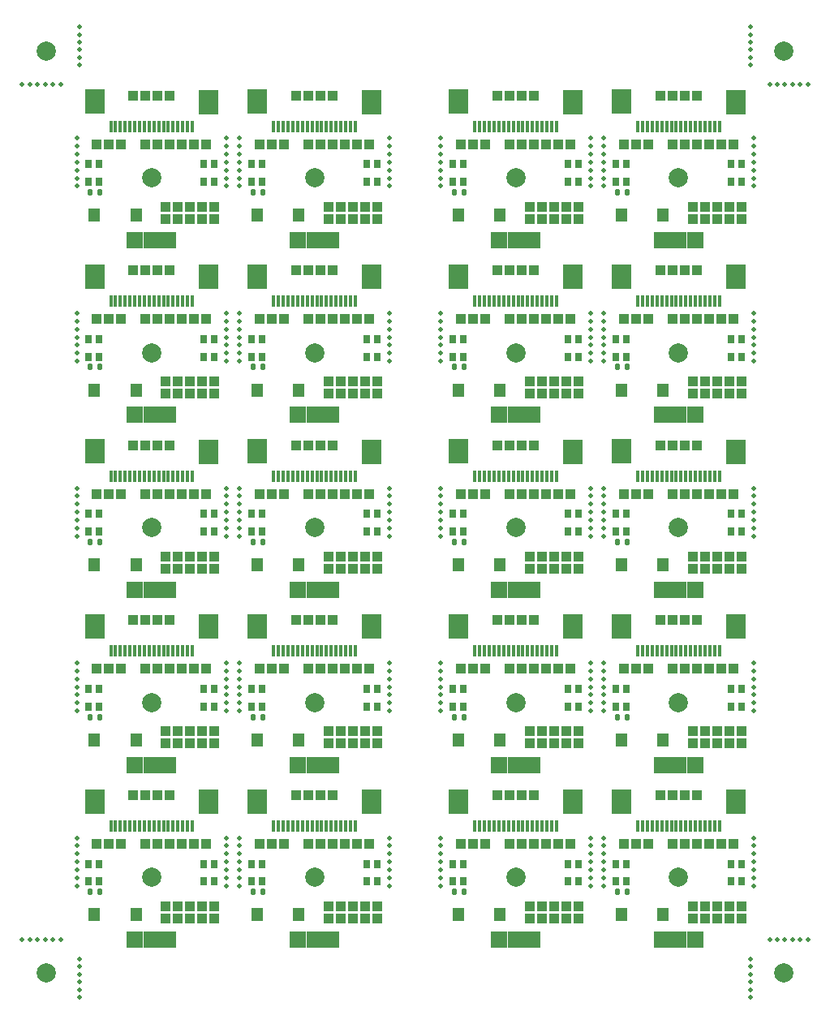
<source format=gbr>
%TF.GenerationSoftware,KiCad,Pcbnew,8.0.5-unknown-202409181836~355805756e~ubuntu22.04.1*%
%TF.CreationDate,2024-10-12T17:37:09+01:00*%
%TF.ProjectId,PANEL5x4_COM_MOD,50414e45-4c35-4783-945f-434f4d5f4d4f,1.0*%
%TF.SameCoordinates,Original*%
%TF.FileFunction,Soldermask,Bot*%
%TF.FilePolarity,Negative*%
%FSLAX46Y46*%
G04 Gerber Fmt 4.6, Leading zero omitted, Abs format (unit mm)*
G04 Created by KiCad (PCBNEW 8.0.5-unknown-202409181836~355805756e~ubuntu22.04.1) date 2024-10-12 17:37:09*
%MOMM*%
%LPD*%
G01*
G04 APERTURE LIST*
G04 Aperture macros list*
%AMRoundRect*
0 Rectangle with rounded corners*
0 $1 Rounding radius*
0 $2 $3 $4 $5 $6 $7 $8 $9 X,Y pos of 4 corners*
0 Add a 4 corners polygon primitive as box body*
4,1,4,$2,$3,$4,$5,$6,$7,$8,$9,$2,$3,0*
0 Add four circle primitives for the rounded corners*
1,1,$1+$1,$2,$3*
1,1,$1+$1,$4,$5*
1,1,$1+$1,$6,$7*
1,1,$1+$1,$8,$9*
0 Add four rect primitives between the rounded corners*
20,1,$1+$1,$2,$3,$4,$5,0*
20,1,$1+$1,$4,$5,$6,$7,0*
20,1,$1+$1,$6,$7,$8,$9,0*
20,1,$1+$1,$8,$9,$2,$3,0*%
G04 Aperture macros list end*
%ADD10R,0.700000X0.900000*%
%ADD11RoundRect,0.135000X-0.135000X-0.185000X0.135000X-0.185000X0.135000X0.185000X-0.135000X0.185000X0*%
%ADD12R,1.230000X1.360000*%
%ADD13R,0.300000X1.250000*%
%ADD14R,2.000000X2.500000*%
%ADD15C,2.000000*%
%ADD16C,0.500000*%
%ADD17R,1.000000X1.000000*%
%ADD18R,1.700000X1.700000*%
G04 APERTURE END LIST*
D10*
%TO.C,LED2*%
X61950000Y-87330004D03*
X63050000Y-87330004D03*
X63050000Y-89170004D03*
X61950000Y-89170004D03*
%TD*%
D11*
%TO.C,R1*%
X45089999Y-72000003D03*
X46109999Y-72000003D03*
%TD*%
D12*
%TO.C,SW1*%
X11879999Y-74400003D03*
X7519999Y-74400003D03*
%TD*%
D13*
%TO.C,FPC1*%
X9250000Y-28640001D03*
X9750000Y-28640001D03*
X10250000Y-28640001D03*
X10750000Y-28640001D03*
X11250000Y-28640001D03*
X11750000Y-28640001D03*
X12250000Y-28640001D03*
X12750000Y-28640001D03*
X13250000Y-28640001D03*
X13750000Y-28640001D03*
X14250000Y-28640001D03*
X14750000Y-28640001D03*
X15250000Y-28640001D03*
X15750000Y-28640001D03*
X16250000Y-28640001D03*
X16750000Y-28640001D03*
X17250000Y-28640001D03*
X17750000Y-28640001D03*
D14*
X7560000Y-26060001D03*
X19440000Y-26100001D03*
%TD*%
D10*
%TO.C,LED2*%
X44950000Y-14330000D03*
X46050000Y-14330000D03*
X46050000Y-16170000D03*
X44950000Y-16170000D03*
%TD*%
D12*
%TO.C,SW1*%
X49879999Y-37900001D03*
X45519999Y-37900001D03*
%TD*%
D15*
%TO.C,I1*%
X51499999Y-88750004D03*
%TD*%
D13*
%TO.C,FPC1*%
X47250000Y-10390000D03*
X47750000Y-10390000D03*
X48250000Y-10390000D03*
X48750000Y-10390000D03*
X49250000Y-10390000D03*
X49750000Y-10390000D03*
X50250000Y-10390000D03*
X50750000Y-10390000D03*
X51250000Y-10390000D03*
X51750000Y-10390000D03*
X52250000Y-10390000D03*
X52750000Y-10390000D03*
X53250000Y-10390000D03*
X53750000Y-10390000D03*
X54250000Y-10390000D03*
X54750000Y-10390000D03*
X55250000Y-10390000D03*
X55750000Y-10390000D03*
D14*
X45560000Y-7810000D03*
X57440000Y-7850000D03*
%TD*%
D10*
%TO.C,LED2*%
X6950000Y-69080003D03*
X8050000Y-69080003D03*
X8050000Y-70920003D03*
X6950000Y-70920003D03*
%TD*%
%TO.C,LED1*%
X75050000Y-34420001D03*
X73950000Y-34420001D03*
X73950000Y-32580001D03*
X75050000Y-32580001D03*
%TD*%
D15*
%TO.C,I1*%
X51499999Y-70500003D03*
%TD*%
D11*
%TO.C,R1*%
X24089999Y-53750002D03*
X25109999Y-53750002D03*
%TD*%
D15*
%TO.C,I1*%
X68499999Y-15750000D03*
%TD*%
D12*
%TO.C,SW1*%
X66879999Y-74400003D03*
X62519999Y-74400003D03*
%TD*%
D10*
%TO.C,LED2*%
X23950000Y-87330004D03*
X25050000Y-87330004D03*
X25050000Y-89170004D03*
X23950000Y-89170004D03*
%TD*%
D13*
%TO.C,FPC1*%
X64250000Y-46890002D03*
X64750000Y-46890002D03*
X65250000Y-46890002D03*
X65750000Y-46890002D03*
X66250000Y-46890002D03*
X66750000Y-46890002D03*
X67250000Y-46890002D03*
X67750000Y-46890002D03*
X68250000Y-46890002D03*
X68750000Y-46890002D03*
X69250000Y-46890002D03*
X69750000Y-46890002D03*
X70250000Y-46890002D03*
X70750000Y-46890002D03*
X71250000Y-46890002D03*
X71750000Y-46890002D03*
X72250000Y-46890002D03*
X72750000Y-46890002D03*
D14*
X62560000Y-44310002D03*
X74440000Y-44350002D03*
%TD*%
D10*
%TO.C,LED1*%
X37050000Y-16170000D03*
X35950000Y-16170000D03*
X35950000Y-14330000D03*
X37050000Y-14330000D03*
%TD*%
%TO.C,LED1*%
X37050000Y-70920003D03*
X35950000Y-70920003D03*
X35950000Y-69080003D03*
X37050000Y-69080003D03*
%TD*%
D15*
%TO.C,I1*%
X13499999Y-52250002D03*
%TD*%
D10*
%TO.C,LED1*%
X75050000Y-70920003D03*
X73950000Y-70920003D03*
X73950000Y-69080003D03*
X75050000Y-69080003D03*
%TD*%
D13*
%TO.C,FPC1*%
X64250000Y-10390000D03*
X64750000Y-10390000D03*
X65250000Y-10390000D03*
X65750000Y-10390000D03*
X66250000Y-10390000D03*
X66750000Y-10390000D03*
X67250000Y-10390000D03*
X67750000Y-10390000D03*
X68250000Y-10390000D03*
X68750000Y-10390000D03*
X69250000Y-10390000D03*
X69750000Y-10390000D03*
X70250000Y-10390000D03*
X70750000Y-10390000D03*
X71250000Y-10390000D03*
X71750000Y-10390000D03*
X72250000Y-10390000D03*
X72750000Y-10390000D03*
D14*
X62560000Y-7810000D03*
X74440000Y-7850000D03*
%TD*%
D15*
%TO.C,I1*%
X30499999Y-88750004D03*
%TD*%
%TO.C,I1*%
X68499999Y-52250002D03*
%TD*%
D10*
%TO.C,LED2*%
X61950000Y-14330000D03*
X63050000Y-14330000D03*
X63050000Y-16170000D03*
X61950000Y-16170000D03*
%TD*%
D12*
%TO.C,SW1*%
X11879999Y-19650000D03*
X7519999Y-19650000D03*
%TD*%
%TO.C,SW1*%
X66879999Y-19650000D03*
X62519999Y-19650000D03*
%TD*%
D10*
%TO.C,LED2*%
X44950000Y-32580001D03*
X46050000Y-32580001D03*
X46050000Y-34420001D03*
X44950000Y-34420001D03*
%TD*%
%TO.C,LED1*%
X58050000Y-16170000D03*
X56950000Y-16170000D03*
X56950000Y-14330000D03*
X58050000Y-14330000D03*
%TD*%
%TO.C,LED1*%
X20050000Y-52670002D03*
X18950000Y-52670002D03*
X18950000Y-50830002D03*
X20050000Y-50830002D03*
%TD*%
%TO.C,LED2*%
X23950000Y-69080003D03*
X25050000Y-69080003D03*
X25050000Y-70920003D03*
X23950000Y-70920003D03*
%TD*%
D12*
%TO.C,SW1*%
X11879999Y-56150002D03*
X7519999Y-56150002D03*
%TD*%
%TO.C,SW1*%
X66879999Y-37900001D03*
X62519999Y-37900001D03*
%TD*%
D15*
%TO.C,I1*%
X68499999Y-70500003D03*
%TD*%
D10*
%TO.C,LED2*%
X44950000Y-87330004D03*
X46050000Y-87330004D03*
X46050000Y-89170004D03*
X44950000Y-89170004D03*
%TD*%
D11*
%TO.C,R1*%
X24089999Y-72000003D03*
X25109999Y-72000003D03*
%TD*%
D10*
%TO.C,LED1*%
X58050000Y-52670002D03*
X56950000Y-52670002D03*
X56950000Y-50830002D03*
X58050000Y-50830002D03*
%TD*%
D13*
%TO.C,FPC1*%
X9250000Y-65140003D03*
X9750000Y-65140003D03*
X10250000Y-65140003D03*
X10750000Y-65140003D03*
X11250000Y-65140003D03*
X11750000Y-65140003D03*
X12250000Y-65140003D03*
X12750000Y-65140003D03*
X13250000Y-65140003D03*
X13750000Y-65140003D03*
X14250000Y-65140003D03*
X14750000Y-65140003D03*
X15250000Y-65140003D03*
X15750000Y-65140003D03*
X16250000Y-65140003D03*
X16750000Y-65140003D03*
X17250000Y-65140003D03*
X17750000Y-65140003D03*
D14*
X7560000Y-62560003D03*
X19440000Y-62600003D03*
%TD*%
D13*
%TO.C,FPC1*%
X26250000Y-28640001D03*
X26750000Y-28640001D03*
X27250000Y-28640001D03*
X27750000Y-28640001D03*
X28250000Y-28640001D03*
X28750000Y-28640001D03*
X29250000Y-28640001D03*
X29750000Y-28640001D03*
X30250000Y-28640001D03*
X30750000Y-28640001D03*
X31250000Y-28640001D03*
X31750000Y-28640001D03*
X32250000Y-28640001D03*
X32750000Y-28640001D03*
X33250000Y-28640001D03*
X33750000Y-28640001D03*
X34250000Y-28640001D03*
X34750000Y-28640001D03*
D14*
X24560000Y-26060001D03*
X36440000Y-26100001D03*
%TD*%
D10*
%TO.C,LED1*%
X37050000Y-34420001D03*
X35950000Y-34420001D03*
X35950000Y-32580001D03*
X37050000Y-32580001D03*
%TD*%
D12*
%TO.C,SW1*%
X49879999Y-92650004D03*
X45519999Y-92650004D03*
%TD*%
D15*
%TO.C,I1*%
X13499999Y-88750004D03*
%TD*%
D13*
%TO.C,FPC1*%
X47250000Y-28640001D03*
X47750000Y-28640001D03*
X48250000Y-28640001D03*
X48750000Y-28640001D03*
X49250000Y-28640001D03*
X49750000Y-28640001D03*
X50250000Y-28640001D03*
X50750000Y-28640001D03*
X51250000Y-28640001D03*
X51750000Y-28640001D03*
X52250000Y-28640001D03*
X52750000Y-28640001D03*
X53250000Y-28640001D03*
X53750000Y-28640001D03*
X54250000Y-28640001D03*
X54750000Y-28640001D03*
X55250000Y-28640001D03*
X55750000Y-28640001D03*
D14*
X45560000Y-26060001D03*
X57440000Y-26100001D03*
%TD*%
D10*
%TO.C,LED2*%
X61950000Y-69080003D03*
X63050000Y-69080003D03*
X63050000Y-70920003D03*
X61950000Y-70920003D03*
%TD*%
D11*
%TO.C,R1*%
X7089999Y-17250000D03*
X8109999Y-17250000D03*
%TD*%
%TO.C,R1*%
X7089999Y-90250004D03*
X8109999Y-90250004D03*
%TD*%
D12*
%TO.C,SW1*%
X28879999Y-19650000D03*
X24519999Y-19650000D03*
%TD*%
D15*
%TO.C,I1*%
X30499999Y-70500003D03*
%TD*%
D12*
%TO.C,SW1*%
X11879999Y-37900001D03*
X7519999Y-37900001D03*
%TD*%
D13*
%TO.C,FPC1*%
X9250000Y-83390004D03*
X9750000Y-83390004D03*
X10250000Y-83390004D03*
X10750000Y-83390004D03*
X11250000Y-83390004D03*
X11750000Y-83390004D03*
X12250000Y-83390004D03*
X12750000Y-83390004D03*
X13250000Y-83390004D03*
X13750000Y-83390004D03*
X14250000Y-83390004D03*
X14750000Y-83390004D03*
X15250000Y-83390004D03*
X15750000Y-83390004D03*
X16250000Y-83390004D03*
X16750000Y-83390004D03*
X17250000Y-83390004D03*
X17750000Y-83390004D03*
D14*
X7560000Y-80810004D03*
X19440000Y-80850004D03*
%TD*%
D10*
%TO.C,LED2*%
X23950000Y-50830002D03*
X25050000Y-50830002D03*
X25050000Y-52670002D03*
X23950000Y-52670002D03*
%TD*%
D15*
%TO.C,I1*%
X13499999Y-70500003D03*
%TD*%
D11*
%TO.C,R1*%
X24089999Y-17250000D03*
X25109999Y-17250000D03*
%TD*%
D10*
%TO.C,LED1*%
X37050000Y-89170004D03*
X35950000Y-89170004D03*
X35950000Y-87330004D03*
X37050000Y-87330004D03*
%TD*%
D11*
%TO.C,R1*%
X45089999Y-35500001D03*
X46109999Y-35500001D03*
%TD*%
%TO.C,R1*%
X7089999Y-53750002D03*
X8109999Y-53750002D03*
%TD*%
D13*
%TO.C,FPC1*%
X26250000Y-10390000D03*
X26750000Y-10390000D03*
X27250000Y-10390000D03*
X27750000Y-10390000D03*
X28250000Y-10390000D03*
X28750000Y-10390000D03*
X29250000Y-10390000D03*
X29750000Y-10390000D03*
X30250000Y-10390000D03*
X30750000Y-10390000D03*
X31250000Y-10390000D03*
X31750000Y-10390000D03*
X32250000Y-10390000D03*
X32750000Y-10390000D03*
X33250000Y-10390000D03*
X33750000Y-10390000D03*
X34250000Y-10390000D03*
X34750000Y-10390000D03*
D14*
X24560000Y-7810000D03*
X36440000Y-7850000D03*
%TD*%
D11*
%TO.C,R1*%
X62089999Y-90250004D03*
X63109999Y-90250004D03*
%TD*%
D13*
%TO.C,FPC1*%
X64250000Y-28640001D03*
X64750000Y-28640001D03*
X65250000Y-28640001D03*
X65750000Y-28640001D03*
X66250000Y-28640001D03*
X66750000Y-28640001D03*
X67250000Y-28640001D03*
X67750000Y-28640001D03*
X68250000Y-28640001D03*
X68750000Y-28640001D03*
X69250000Y-28640001D03*
X69750000Y-28640001D03*
X70250000Y-28640001D03*
X70750000Y-28640001D03*
X71250000Y-28640001D03*
X71750000Y-28640001D03*
X72250000Y-28640001D03*
X72750000Y-28640001D03*
D14*
X62560000Y-26060001D03*
X74440000Y-26100001D03*
%TD*%
D11*
%TO.C,R1*%
X24089999Y-35500001D03*
X25109999Y-35500001D03*
%TD*%
%TO.C,R1*%
X45089999Y-53750002D03*
X46109999Y-53750002D03*
%TD*%
D10*
%TO.C,LED2*%
X61950000Y-32580001D03*
X63050000Y-32580001D03*
X63050000Y-34420001D03*
X61950000Y-34420001D03*
%TD*%
D15*
%TO.C,I1*%
X13499999Y-34000001D03*
%TD*%
D13*
%TO.C,FPC1*%
X9250000Y-10390000D03*
X9750000Y-10390000D03*
X10250000Y-10390000D03*
X10750000Y-10390000D03*
X11250000Y-10390000D03*
X11750000Y-10390000D03*
X12250000Y-10390000D03*
X12750000Y-10390000D03*
X13250000Y-10390000D03*
X13750000Y-10390000D03*
X14250000Y-10390000D03*
X14750000Y-10390000D03*
X15250000Y-10390000D03*
X15750000Y-10390000D03*
X16250000Y-10390000D03*
X16750000Y-10390000D03*
X17250000Y-10390000D03*
X17750000Y-10390000D03*
D14*
X7560000Y-7810000D03*
X19440000Y-7850000D03*
%TD*%
D10*
%TO.C,LED1*%
X75050000Y-16170000D03*
X73950000Y-16170000D03*
X73950000Y-14330000D03*
X75050000Y-14330000D03*
%TD*%
D12*
%TO.C,SW1*%
X28879999Y-92650004D03*
X24519999Y-92650004D03*
%TD*%
D15*
%TO.C,I1*%
X68499999Y-88750004D03*
%TD*%
D10*
%TO.C,LED1*%
X58050000Y-34420001D03*
X56950000Y-34420001D03*
X56950000Y-32580001D03*
X58050000Y-32580001D03*
%TD*%
%TO.C,LED2*%
X6950000Y-50830002D03*
X8050000Y-50830002D03*
X8050000Y-52670002D03*
X6950000Y-52670002D03*
%TD*%
D11*
%TO.C,R1*%
X62089999Y-35500001D03*
X63109999Y-35500001D03*
%TD*%
D12*
%TO.C,SW1*%
X28879999Y-74400003D03*
X24519999Y-74400003D03*
%TD*%
D10*
%TO.C,LED2*%
X23950000Y-14330000D03*
X25050000Y-14330000D03*
X25050000Y-16170000D03*
X23950000Y-16170000D03*
%TD*%
%TO.C,LED1*%
X37050000Y-52670002D03*
X35950000Y-52670002D03*
X35950000Y-50830002D03*
X37050000Y-50830002D03*
%TD*%
%TO.C,LED1*%
X75050000Y-89170004D03*
X73950000Y-89170004D03*
X73950000Y-87330004D03*
X75050000Y-87330004D03*
%TD*%
%TO.C,LED2*%
X44950000Y-69080003D03*
X46050000Y-69080003D03*
X46050000Y-70920003D03*
X44950000Y-70920003D03*
%TD*%
%TO.C,LED1*%
X75050000Y-52670002D03*
X73950000Y-52670002D03*
X73950000Y-50830002D03*
X75050000Y-50830002D03*
%TD*%
D12*
%TO.C,SW1*%
X66879999Y-92650004D03*
X62519999Y-92650004D03*
%TD*%
D13*
%TO.C,FPC1*%
X9250000Y-46890002D03*
X9750000Y-46890002D03*
X10250000Y-46890002D03*
X10750000Y-46890002D03*
X11250000Y-46890002D03*
X11750000Y-46890002D03*
X12250000Y-46890002D03*
X12750000Y-46890002D03*
X13250000Y-46890002D03*
X13750000Y-46890002D03*
X14250000Y-46890002D03*
X14750000Y-46890002D03*
X15250000Y-46890002D03*
X15750000Y-46890002D03*
X16250000Y-46890002D03*
X16750000Y-46890002D03*
X17250000Y-46890002D03*
X17750000Y-46890002D03*
D14*
X7560000Y-44310002D03*
X19440000Y-44350002D03*
%TD*%
D11*
%TO.C,R1*%
X45089999Y-17250000D03*
X46109999Y-17250000D03*
%TD*%
D13*
%TO.C,FPC1*%
X47250000Y-46890002D03*
X47750000Y-46890002D03*
X48250000Y-46890002D03*
X48750000Y-46890002D03*
X49250000Y-46890002D03*
X49750000Y-46890002D03*
X50250000Y-46890002D03*
X50750000Y-46890002D03*
X51250000Y-46890002D03*
X51750000Y-46890002D03*
X52250000Y-46890002D03*
X52750000Y-46890002D03*
X53250000Y-46890002D03*
X53750000Y-46890002D03*
X54250000Y-46890002D03*
X54750000Y-46890002D03*
X55250000Y-46890002D03*
X55750000Y-46890002D03*
D14*
X45560000Y-44310002D03*
X57440000Y-44350002D03*
%TD*%
D11*
%TO.C,R1*%
X24089999Y-90250004D03*
X25109999Y-90250004D03*
%TD*%
D15*
%TO.C,I1*%
X30499999Y-34000001D03*
%TD*%
D10*
%TO.C,LED1*%
X20050000Y-70920003D03*
X18950000Y-70920003D03*
X18950000Y-69080003D03*
X20050000Y-69080003D03*
%TD*%
D11*
%TO.C,R1*%
X62089999Y-53750002D03*
X63109999Y-53750002D03*
%TD*%
D15*
%TO.C,I1*%
X30499999Y-52250002D03*
%TD*%
D10*
%TO.C,LED1*%
X20050000Y-16170000D03*
X18950000Y-16170000D03*
X18950000Y-14330000D03*
X20050000Y-14330000D03*
%TD*%
%TO.C,LED2*%
X23950000Y-32580001D03*
X25050000Y-32580001D03*
X25050000Y-34420001D03*
X23950000Y-34420001D03*
%TD*%
D12*
%TO.C,SW1*%
X66879999Y-56150002D03*
X62519999Y-56150002D03*
%TD*%
D13*
%TO.C,FPC1*%
X26250000Y-46890002D03*
X26750000Y-46890002D03*
X27250000Y-46890002D03*
X27750000Y-46890002D03*
X28250000Y-46890002D03*
X28750000Y-46890002D03*
X29250000Y-46890002D03*
X29750000Y-46890002D03*
X30250000Y-46890002D03*
X30750000Y-46890002D03*
X31250000Y-46890002D03*
X31750000Y-46890002D03*
X32250000Y-46890002D03*
X32750000Y-46890002D03*
X33250000Y-46890002D03*
X33750000Y-46890002D03*
X34250000Y-46890002D03*
X34750000Y-46890002D03*
D14*
X24560000Y-44310002D03*
X36440000Y-44350002D03*
%TD*%
D11*
%TO.C,R1*%
X45089999Y-90250004D03*
X46109999Y-90250004D03*
%TD*%
D12*
%TO.C,SW1*%
X28879999Y-37900001D03*
X24519999Y-37900001D03*
%TD*%
D11*
%TO.C,R1*%
X62089999Y-72000003D03*
X63109999Y-72000003D03*
%TD*%
D15*
%TO.C,I1*%
X51499999Y-15750000D03*
%TD*%
D12*
%TO.C,SW1*%
X28879999Y-56150002D03*
X24519999Y-56150002D03*
%TD*%
D13*
%TO.C,FPC1*%
X64250000Y-83390004D03*
X64750000Y-83390004D03*
X65250000Y-83390004D03*
X65750000Y-83390004D03*
X66250000Y-83390004D03*
X66750000Y-83390004D03*
X67250000Y-83390004D03*
X67750000Y-83390004D03*
X68250000Y-83390004D03*
X68750000Y-83390004D03*
X69250000Y-83390004D03*
X69750000Y-83390004D03*
X70250000Y-83390004D03*
X70750000Y-83390004D03*
X71250000Y-83390004D03*
X71750000Y-83390004D03*
X72250000Y-83390004D03*
X72750000Y-83390004D03*
D14*
X62560000Y-80810004D03*
X74440000Y-80850004D03*
%TD*%
D13*
%TO.C,FPC1*%
X64250000Y-65140003D03*
X64750000Y-65140003D03*
X65250000Y-65140003D03*
X65750000Y-65140003D03*
X66250000Y-65140003D03*
X66750000Y-65140003D03*
X67250000Y-65140003D03*
X67750000Y-65140003D03*
X68250000Y-65140003D03*
X68750000Y-65140003D03*
X69250000Y-65140003D03*
X69750000Y-65140003D03*
X70250000Y-65140003D03*
X70750000Y-65140003D03*
X71250000Y-65140003D03*
X71750000Y-65140003D03*
X72250000Y-65140003D03*
X72750000Y-65140003D03*
D14*
X62560000Y-62560003D03*
X74440000Y-62600003D03*
%TD*%
D12*
%TO.C,SW1*%
X11879999Y-92650004D03*
X7519999Y-92650004D03*
%TD*%
D10*
%TO.C,LED2*%
X61950000Y-50830002D03*
X63050000Y-50830002D03*
X63050000Y-52670002D03*
X61950000Y-52670002D03*
%TD*%
D11*
%TO.C,R1*%
X7089999Y-72000003D03*
X8109999Y-72000003D03*
%TD*%
D10*
%TO.C,LED1*%
X58050000Y-70920003D03*
X56950000Y-70920003D03*
X56950000Y-69080003D03*
X58050000Y-69080003D03*
%TD*%
D12*
%TO.C,SW1*%
X49879999Y-56150002D03*
X45519999Y-56150002D03*
%TD*%
D10*
%TO.C,LED1*%
X20050000Y-34420001D03*
X18950000Y-34420001D03*
X18950000Y-32580001D03*
X20050000Y-32580001D03*
%TD*%
D11*
%TO.C,R1*%
X7089999Y-35500001D03*
X8109999Y-35500001D03*
%TD*%
D15*
%TO.C,I1*%
X68499999Y-34000001D03*
%TD*%
D12*
%TO.C,SW1*%
X49879999Y-19650000D03*
X45519999Y-19650000D03*
%TD*%
%TO.C,SW1*%
X49879999Y-74400003D03*
X45519999Y-74400003D03*
%TD*%
D13*
%TO.C,FPC1*%
X47250000Y-65140003D03*
X47750000Y-65140003D03*
X48250000Y-65140003D03*
X48750000Y-65140003D03*
X49250000Y-65140003D03*
X49750000Y-65140003D03*
X50250000Y-65140003D03*
X50750000Y-65140003D03*
X51250000Y-65140003D03*
X51750000Y-65140003D03*
X52250000Y-65140003D03*
X52750000Y-65140003D03*
X53250000Y-65140003D03*
X53750000Y-65140003D03*
X54250000Y-65140003D03*
X54750000Y-65140003D03*
X55250000Y-65140003D03*
X55750000Y-65140003D03*
D14*
X45560000Y-62560003D03*
X57440000Y-62600003D03*
%TD*%
D10*
%TO.C,LED2*%
X6950000Y-87330004D03*
X8050000Y-87330004D03*
X8050000Y-89170004D03*
X6950000Y-89170004D03*
%TD*%
%TO.C,LED1*%
X58050000Y-89170004D03*
X56950000Y-89170004D03*
X56950000Y-87330004D03*
X58050000Y-87330004D03*
%TD*%
D13*
%TO.C,FPC1*%
X26250000Y-65140003D03*
X26750000Y-65140003D03*
X27250000Y-65140003D03*
X27750000Y-65140003D03*
X28250000Y-65140003D03*
X28750000Y-65140003D03*
X29250000Y-65140003D03*
X29750000Y-65140003D03*
X30250000Y-65140003D03*
X30750000Y-65140003D03*
X31250000Y-65140003D03*
X31750000Y-65140003D03*
X32250000Y-65140003D03*
X32750000Y-65140003D03*
X33250000Y-65140003D03*
X33750000Y-65140003D03*
X34250000Y-65140003D03*
X34750000Y-65140003D03*
D14*
X24560000Y-62560003D03*
X36440000Y-62600003D03*
%TD*%
D11*
%TO.C,R1*%
X62089999Y-17250000D03*
X63109999Y-17250000D03*
%TD*%
D10*
%TO.C,LED1*%
X20050000Y-89170004D03*
X18950000Y-89170004D03*
X18950000Y-87330004D03*
X20050000Y-87330004D03*
%TD*%
D13*
%TO.C,FPC1*%
X47250000Y-83390004D03*
X47750000Y-83390004D03*
X48250000Y-83390004D03*
X48750000Y-83390004D03*
X49250000Y-83390004D03*
X49750000Y-83390004D03*
X50250000Y-83390004D03*
X50750000Y-83390004D03*
X51250000Y-83390004D03*
X51750000Y-83390004D03*
X52250000Y-83390004D03*
X52750000Y-83390004D03*
X53250000Y-83390004D03*
X53750000Y-83390004D03*
X54250000Y-83390004D03*
X54750000Y-83390004D03*
X55250000Y-83390004D03*
X55750000Y-83390004D03*
D14*
X45560000Y-80810004D03*
X57440000Y-80850004D03*
%TD*%
D10*
%TO.C,LED2*%
X6950000Y-14330000D03*
X8050000Y-14330000D03*
X8050000Y-16170000D03*
X6950000Y-16170000D03*
%TD*%
%TO.C,LED2*%
X6950000Y-32580001D03*
X8050000Y-32580001D03*
X8050000Y-34420001D03*
X6950000Y-34420001D03*
%TD*%
D15*
%TO.C,I1*%
X51499999Y-52250002D03*
%TD*%
%TO.C,I1*%
X30499999Y-15750000D03*
%TD*%
%TO.C,I1*%
X13499999Y-15750000D03*
%TD*%
D10*
%TO.C,LED2*%
X44950000Y-50830002D03*
X46050000Y-50830002D03*
X46050000Y-52670002D03*
X44950000Y-52670002D03*
%TD*%
D13*
%TO.C,FPC1*%
X26250000Y-83390004D03*
X26750000Y-83390004D03*
X27250000Y-83390004D03*
X27750000Y-83390004D03*
X28250000Y-83390004D03*
X28750000Y-83390004D03*
X29250000Y-83390004D03*
X29750000Y-83390004D03*
X30250000Y-83390004D03*
X30750000Y-83390004D03*
X31250000Y-83390004D03*
X31750000Y-83390004D03*
X32250000Y-83390004D03*
X32750000Y-83390004D03*
X33250000Y-83390004D03*
X33750000Y-83390004D03*
X34250000Y-83390004D03*
X34750000Y-83390004D03*
D14*
X24560000Y-80810004D03*
X36440000Y-80850004D03*
%TD*%
D15*
%TO.C,I1*%
X51499999Y-34000001D03*
%TD*%
D16*
%TO.C,KiKit_MB_37_4*%
X43700000Y-87125003D03*
%TD*%
D17*
%TO.C,J12*%
X35804999Y-55250002D03*
%TD*%
%TO.C,J1*%
X64055000Y-85250004D03*
%TD*%
D16*
%TO.C,KiKit_MB_18_2*%
X21299999Y-48958334D03*
%TD*%
%TO.C,KiKit_MB_40_2*%
X76299999Y-85458336D03*
%TD*%
%TO.C,KiKit_MB_10_5*%
X21299999Y-33208333D03*
%TD*%
D17*
%TO.C,J8*%
X71675000Y-48750002D03*
%TD*%
%TO.C,J20*%
X19215000Y-85250004D03*
%TD*%
D16*
%TO.C,KiKit_MB_16_5*%
X76299999Y-33208333D03*
%TD*%
D17*
%TO.C,J4*%
X50865000Y-61920003D03*
%TD*%
D16*
%TO.C,KiKit_MB_7_1*%
X60700000Y-16624999D03*
%TD*%
D17*
%TO.C,J12*%
X73804999Y-73500003D03*
%TD*%
%TO.C,J5*%
X29865000Y-67000003D03*
%TD*%
D16*
%TO.C,KiKit_MB_1_1*%
X5700000Y-16624999D03*
%TD*%
D17*
%TO.C,J13*%
X55535000Y-18750000D03*
%TD*%
%TO.C,J16*%
X18804999Y-74770003D03*
%TD*%
D16*
%TO.C,KiKit_MB_30_4*%
X59299999Y-68875002D03*
%TD*%
D17*
%TO.C,J10*%
X14135000Y-80170004D03*
%TD*%
D16*
%TO.C,KiKit_MB_40_1*%
X76299999Y-84625003D03*
%TD*%
D17*
%TO.C,J7*%
X53405000Y-30500001D03*
%TD*%
D16*
%TO.C,KiKit_MB_21_6*%
X43700000Y-48958334D03*
%TD*%
D17*
%TO.C,J2*%
X27325000Y-67000003D03*
%TD*%
D16*
%TO.C,KiKit_MB_43_6*%
X6000000Y-101250004D03*
%TD*%
D17*
%TO.C,J15*%
X72534999Y-74770003D03*
%TD*%
D16*
%TO.C,KiKit_MB_33_7*%
X5700000Y-84625003D03*
%TD*%
%TO.C,KiKit_MB_3_6*%
X22700000Y-12458333D03*
%TD*%
%TO.C,KiKit_MB_2_1*%
X21299999Y-11625000D03*
%TD*%
D17*
%TO.C,J12*%
X73804999Y-18750000D03*
%TD*%
D16*
%TO.C,KiKit_MB_28_1*%
X38299999Y-66375002D03*
%TD*%
D18*
%TO.C,J25*%
X70249999Y-77000003D03*
%TD*%
D17*
%TO.C,J16*%
X35804999Y-38270001D03*
%TD*%
D16*
%TO.C,KiKit_MB_16_2*%
X76299999Y-30708333D03*
%TD*%
%TO.C,KiKit_MB_39_5*%
X60700000Y-86291670D03*
%TD*%
D17*
%TO.C,J16*%
X56804999Y-38270001D03*
%TD*%
%TO.C,J7*%
X32405000Y-12250000D03*
%TD*%
%TO.C,J7*%
X53405000Y-12250000D03*
%TD*%
%TO.C,J3*%
X49595000Y-61920003D03*
%TD*%
D18*
%TO.C,J25*%
X15249999Y-95250004D03*
%TD*%
D17*
%TO.C,J2*%
X27325000Y-30500001D03*
%TD*%
%TO.C,J11*%
X37074999Y-18750000D03*
%TD*%
D16*
%TO.C,KiKit_MB_28_6*%
X38299999Y-70541669D03*
%TD*%
D17*
%TO.C,J22*%
X69994999Y-37000001D03*
%TD*%
%TO.C,J15*%
X17534999Y-93020004D03*
%TD*%
D18*
%TO.C,J26*%
X30499999Y-22250000D03*
%TD*%
D17*
%TO.C,J4*%
X67865000Y-25420001D03*
%TD*%
D16*
%TO.C,KiKit_MB_1_3*%
X5700000Y-14958332D03*
%TD*%
D17*
%TO.C,J9*%
X55945000Y-85250004D03*
%TD*%
D18*
%TO.C,J26*%
X30499999Y-95250004D03*
%TD*%
D16*
%TO.C,KiKit_MB_37_1*%
X43700000Y-89625003D03*
%TD*%
D17*
%TO.C,J5*%
X12865000Y-30500001D03*
%TD*%
%TO.C,J11*%
X75074999Y-73500003D03*
%TD*%
%TO.C,J23*%
X70405000Y-61920003D03*
%TD*%
%TO.C,J14*%
X33264999Y-91750004D03*
%TD*%
%TO.C,J17*%
X37074999Y-93020004D03*
%TD*%
D16*
%TO.C,KiKit_MB_1_4*%
X5700000Y-14124999D03*
%TD*%
D17*
%TO.C,J3*%
X66595000Y-43670002D03*
%TD*%
D18*
%TO.C,J26*%
X30499999Y-77000003D03*
%TD*%
%TO.C,J26*%
X68499999Y-77000003D03*
%TD*%
D16*
%TO.C,KiKit_MB_15_3*%
X60700000Y-33208333D03*
%TD*%
%TO.C,KiKit_MB_13_6*%
X43700000Y-30708333D03*
%TD*%
D17*
%TO.C,J11*%
X58074999Y-37000001D03*
%TD*%
D16*
%TO.C,KiKit_MB_13_5*%
X43700000Y-31541667D03*
%TD*%
%TO.C,KiKit_MB_3_3*%
X22700000Y-14958332D03*
%TD*%
D18*
%TO.C,J25*%
X32249999Y-58750002D03*
%TD*%
D16*
%TO.C,KiKit_MB_25_7*%
X5700000Y-66375002D03*
%TD*%
D17*
%TO.C,J15*%
X55534999Y-93020004D03*
%TD*%
%TO.C,J20*%
X19215000Y-12250000D03*
%TD*%
D16*
%TO.C,KiKit_MB_26_5*%
X21299999Y-69708335D03*
%TD*%
D17*
%TO.C,J2*%
X48325000Y-48750002D03*
%TD*%
%TO.C,J21*%
X33264999Y-74770003D03*
%TD*%
D16*
%TO.C,KiKit_MB_7_7*%
X60700000Y-11625000D03*
%TD*%
D17*
%TO.C,J4*%
X12865000Y-61920003D03*
%TD*%
%TO.C,J2*%
X48325000Y-30500001D03*
%TD*%
D16*
%TO.C,KiKit_MB_7_6*%
X60700000Y-12458333D03*
%TD*%
D17*
%TO.C,J8*%
X16675000Y-30500001D03*
%TD*%
%TO.C,J10*%
X14135000Y-61920003D03*
%TD*%
%TO.C,J17*%
X75074999Y-38270001D03*
%TD*%
%TO.C,J2*%
X65325000Y-85250004D03*
%TD*%
%TO.C,J5*%
X29865000Y-12250000D03*
%TD*%
D16*
%TO.C,KiKit_MB_41_6*%
X6000000Y-4000000D03*
%TD*%
D17*
%TO.C,J17*%
X37074999Y-20020000D03*
%TD*%
D16*
%TO.C,KiKit_MB_18_1*%
X21299999Y-48125001D03*
%TD*%
%TO.C,KiKit_MB_3_2*%
X22700000Y-15791666D03*
%TD*%
D17*
%TO.C,J1*%
X9055000Y-67000003D03*
%TD*%
D16*
%TO.C,KiKit_MB_26_3*%
X21299999Y-68041669D03*
%TD*%
%TO.C,KiKit_MB_18_3*%
X21299999Y-49791668D03*
%TD*%
D17*
%TO.C,J9*%
X55945000Y-67000003D03*
%TD*%
%TO.C,J6*%
X31135000Y-12250000D03*
%TD*%
D16*
%TO.C,KiKit_MB_24_5*%
X76299999Y-51458334D03*
%TD*%
%TO.C,KiKit_MB_13_4*%
X43700000Y-32375000D03*
%TD*%
%TO.C,KiKit_MB_19_5*%
X22700000Y-49791668D03*
%TD*%
D18*
%TO.C,J25*%
X15249999Y-22250000D03*
%TD*%
D16*
%TO.C,KiKit_MB_10_2*%
X21299999Y-30708333D03*
%TD*%
D17*
%TO.C,J1*%
X26055000Y-30500001D03*
%TD*%
D16*
%TO.C,KiKit_MB_47_2*%
X78800000Y-6000000D03*
%TD*%
D17*
%TO.C,J19*%
X7785000Y-30500001D03*
%TD*%
%TO.C,J22*%
X52994999Y-73500003D03*
%TD*%
D18*
%TO.C,J25*%
X70249999Y-40500001D03*
%TD*%
D16*
%TO.C,KiKit_MB_39_6*%
X60700000Y-85458336D03*
%TD*%
D17*
%TO.C,J23*%
X70405000Y-80170004D03*
%TD*%
D16*
%TO.C,KiKit_MB_34_3*%
X21299999Y-86291670D03*
%TD*%
%TO.C,KiKit_MB_12_4*%
X38299999Y-32375000D03*
%TD*%
D17*
%TO.C,J5*%
X12865000Y-67000003D03*
%TD*%
%TO.C,J16*%
X18804999Y-20020000D03*
%TD*%
D16*
%TO.C,KiKit_MB_48_1*%
X78000000Y-95250003D03*
%TD*%
%TO.C,KiKit_MB_26_6*%
X21299999Y-70541669D03*
%TD*%
%TO.C,KiKit_MB_9_2*%
X5700000Y-34041667D03*
%TD*%
D17*
%TO.C,J22*%
X14994999Y-91750004D03*
%TD*%
D16*
%TO.C,KiKit_MB_43_4*%
X6000000Y-99650004D03*
%TD*%
%TO.C,KiKit_MB_48_4*%
X80400000Y-95250003D03*
%TD*%
D17*
%TO.C,J20*%
X36215000Y-67000003D03*
%TD*%
%TO.C,J21*%
X54264999Y-38270001D03*
%TD*%
D18*
%TO.C,J25*%
X32249999Y-22250000D03*
%TD*%
D17*
%TO.C,J15*%
X17534999Y-20020000D03*
%TD*%
%TO.C,J2*%
X27325000Y-48750002D03*
%TD*%
D18*
%TO.C,J24*%
X11749999Y-58750002D03*
%TD*%
D17*
%TO.C,J10*%
X69135000Y-80170004D03*
%TD*%
%TO.C,J14*%
X54264999Y-55250002D03*
%TD*%
%TO.C,J8*%
X16675000Y-48750002D03*
%TD*%
%TO.C,J17*%
X58074999Y-93020004D03*
%TD*%
D16*
%TO.C,KiKit_MB_36_2*%
X38299999Y-85458336D03*
%TD*%
D17*
%TO.C,J21*%
X33264999Y-20020000D03*
%TD*%
%TO.C,J6*%
X14135000Y-85250004D03*
%TD*%
%TO.C,J21*%
X16264999Y-20020000D03*
%TD*%
%TO.C,J10*%
X69135000Y-43670002D03*
%TD*%
D16*
%TO.C,KiKit_MB_39_7*%
X60700000Y-84625003D03*
%TD*%
%TO.C,KiKit_MB_35_6*%
X22700000Y-85458336D03*
%TD*%
D17*
%TO.C,J8*%
X71675000Y-67000003D03*
%TD*%
%TO.C,J7*%
X53405000Y-48750002D03*
%TD*%
D16*
%TO.C,KiKit_MB_26_2*%
X21299999Y-67208335D03*
%TD*%
%TO.C,KiKit_MB_42_5*%
X76000000Y-3200000D03*
%TD*%
D17*
%TO.C,J19*%
X45785000Y-85250004D03*
%TD*%
D16*
%TO.C,KiKit_MB_34_7*%
X21299999Y-89625003D03*
%TD*%
D17*
%TO.C,J4*%
X29865000Y-61920003D03*
%TD*%
D16*
%TO.C,KiKit_MB_34_4*%
X21299999Y-87125003D03*
%TD*%
%TO.C,KiKit_MB_7_4*%
X60700000Y-14124999D03*
%TD*%
D17*
%TO.C,J14*%
X33264999Y-55250002D03*
%TD*%
%TO.C,J10*%
X69135000Y-25420001D03*
%TD*%
%TO.C,J2*%
X48325000Y-67000003D03*
%TD*%
D16*
%TO.C,KiKit_MB_5_7*%
X43700000Y-11625000D03*
%TD*%
D17*
%TO.C,J9*%
X17945000Y-48750002D03*
%TD*%
D16*
%TO.C,KiKit_MB_6_7*%
X59299999Y-16624999D03*
%TD*%
D17*
%TO.C,J9*%
X34945000Y-30500001D03*
%TD*%
%TO.C,J13*%
X34535000Y-91750004D03*
%TD*%
%TO.C,J8*%
X16675000Y-12250000D03*
%TD*%
%TO.C,J18*%
X31994999Y-20020000D03*
%TD*%
D16*
%TO.C,KiKit_MB_44_5*%
X76000000Y-100450004D03*
%TD*%
D17*
%TO.C,J23*%
X15405000Y-25420001D03*
%TD*%
%TO.C,J13*%
X72535000Y-91750004D03*
%TD*%
%TO.C,J19*%
X24785000Y-85250004D03*
%TD*%
%TO.C,J22*%
X31994999Y-73500003D03*
%TD*%
D16*
%TO.C,KiKit_MB_37_3*%
X43700000Y-87958336D03*
%TD*%
%TO.C,KiKit_MB_39_4*%
X60700000Y-87125003D03*
%TD*%
%TO.C,KiKit_MB_8_1*%
X76299999Y-11625000D03*
%TD*%
%TO.C,KiKit_MB_6_2*%
X59299999Y-12458333D03*
%TD*%
%TO.C,KiKit_MB_31_4*%
X60700000Y-68875002D03*
%TD*%
D18*
%TO.C,J24*%
X66749999Y-77000003D03*
%TD*%
D16*
%TO.C,KiKit_MB_8_5*%
X76299999Y-14958332D03*
%TD*%
D17*
%TO.C,J6*%
X52135000Y-48750002D03*
%TD*%
D16*
%TO.C,KiKit_MB_29_4*%
X43700000Y-68875002D03*
%TD*%
D17*
%TO.C,J5*%
X67865000Y-85250004D03*
%TD*%
%TO.C,J4*%
X12865000Y-7170000D03*
%TD*%
%TO.C,J8*%
X33675000Y-12250000D03*
%TD*%
D16*
%TO.C,KiKit_MB_29_6*%
X43700000Y-67208335D03*
%TD*%
%TO.C,KiKit_MB_33_6*%
X5700000Y-85458336D03*
%TD*%
D18*
%TO.C,J25*%
X70249999Y-22250000D03*
%TD*%
D17*
%TO.C,J9*%
X17945000Y-67000003D03*
%TD*%
%TO.C,J1*%
X64055000Y-12250000D03*
%TD*%
D16*
%TO.C,KiKit_MB_4_4*%
X38299999Y-14124999D03*
%TD*%
D17*
%TO.C,J5*%
X67865000Y-12250000D03*
%TD*%
D18*
%TO.C,J24*%
X11749999Y-77000003D03*
%TD*%
D17*
%TO.C,J6*%
X31135000Y-30500001D03*
%TD*%
D18*
%TO.C,J24*%
X28749999Y-40500001D03*
%TD*%
D16*
%TO.C,KiKit_MB_47_1*%
X78000000Y-6000000D03*
%TD*%
D18*
%TO.C,J24*%
X66749999Y-40500001D03*
%TD*%
D17*
%TO.C,J12*%
X18804999Y-37000001D03*
%TD*%
D16*
%TO.C,KiKit_MB_38_6*%
X59299999Y-88791670D03*
%TD*%
D17*
%TO.C,J14*%
X16264999Y-91750004D03*
%TD*%
%TO.C,J19*%
X7785000Y-67000003D03*
%TD*%
D15*
%TO.C,KiKit_TO_4*%
X79500000Y-98750004D03*
%TD*%
D16*
%TO.C,KiKit_MB_27_7*%
X22700000Y-66375002D03*
%TD*%
%TO.C,KiKit_MB_41_2*%
X6000000Y-800000D03*
%TD*%
D17*
%TO.C,J11*%
X75074999Y-55250002D03*
%TD*%
D16*
%TO.C,KiKit_MB_16_3*%
X76299999Y-31541667D03*
%TD*%
D17*
%TO.C,J8*%
X54675000Y-48750002D03*
%TD*%
D18*
%TO.C,J26*%
X30499999Y-40500001D03*
%TD*%
D17*
%TO.C,J6*%
X52135000Y-85250004D03*
%TD*%
D16*
%TO.C,KiKit_MB_1_6*%
X5700000Y-12458333D03*
%TD*%
D17*
%TO.C,J18*%
X52994999Y-56520002D03*
%TD*%
D16*
%TO.C,KiKit_MB_4_1*%
X38299999Y-11625000D03*
%TD*%
%TO.C,KiKit_MB_45_2*%
X800000Y-6000000D03*
%TD*%
D17*
%TO.C,J14*%
X54264999Y-18750000D03*
%TD*%
%TO.C,J5*%
X50865000Y-30500001D03*
%TD*%
%TO.C,J8*%
X33675000Y-48750002D03*
%TD*%
D18*
%TO.C,J26*%
X51499999Y-95250004D03*
%TD*%
D16*
%TO.C,KiKit_MB_9_1*%
X5700000Y-34875000D03*
%TD*%
%TO.C,KiKit_MB_5_6*%
X43700000Y-12458333D03*
%TD*%
%TO.C,KiKit_MB_48_3*%
X79600000Y-95250003D03*
%TD*%
D17*
%TO.C,J16*%
X35804999Y-20020000D03*
%TD*%
D16*
%TO.C,KiKit_MB_7_3*%
X60700000Y-14958332D03*
%TD*%
D17*
%TO.C,J4*%
X50865000Y-7170000D03*
%TD*%
D16*
%TO.C,KiKit_MB_23_5*%
X60700000Y-49791668D03*
%TD*%
D17*
%TO.C,J2*%
X27325000Y-85250004D03*
%TD*%
%TO.C,J22*%
X52994999Y-18750000D03*
%TD*%
D16*
%TO.C,KiKit_MB_5_4*%
X43700000Y-14124999D03*
%TD*%
D17*
%TO.C,J14*%
X16264999Y-73500003D03*
%TD*%
D16*
%TO.C,KiKit_MB_2_6*%
X21299999Y-15791666D03*
%TD*%
%TO.C,KiKit_MB_17_2*%
X5700000Y-52291668D03*
%TD*%
D17*
%TO.C,J6*%
X69135000Y-67000003D03*
%TD*%
D16*
%TO.C,KiKit_MB_27_5*%
X22700000Y-68041669D03*
%TD*%
D17*
%TO.C,J15*%
X72534999Y-20020000D03*
%TD*%
D16*
%TO.C,KiKit_MB_8_6*%
X76299999Y-15791666D03*
%TD*%
D17*
%TO.C,J3*%
X11595000Y-7170000D03*
%TD*%
D16*
%TO.C,KiKit_MB_46_4*%
X2400000Y-95250003D03*
%TD*%
%TO.C,KiKit_MB_24_2*%
X76299999Y-48958334D03*
%TD*%
D17*
%TO.C,J20*%
X19215000Y-30500001D03*
%TD*%
%TO.C,J14*%
X16264999Y-37000001D03*
%TD*%
%TO.C,J23*%
X15405000Y-80170004D03*
%TD*%
D16*
%TO.C,KiKit_MB_42_2*%
X76000000Y-800000D03*
%TD*%
D17*
%TO.C,J16*%
X35804999Y-74770003D03*
%TD*%
%TO.C,J8*%
X33675000Y-85250004D03*
%TD*%
%TO.C,J20*%
X19215000Y-48750002D03*
%TD*%
%TO.C,J20*%
X57215000Y-30500001D03*
%TD*%
%TO.C,J15*%
X72534999Y-56520002D03*
%TD*%
D16*
%TO.C,KiKit_MB_29_2*%
X43700000Y-70541669D03*
%TD*%
%TO.C,KiKit_MB_4_6*%
X38299999Y-15791666D03*
%TD*%
D17*
%TO.C,J15*%
X34534999Y-74770003D03*
%TD*%
%TO.C,J11*%
X58074999Y-18750000D03*
%TD*%
D16*
%TO.C,KiKit_MB_38_5*%
X59299999Y-87958336D03*
%TD*%
D17*
%TO.C,J19*%
X62785000Y-48750002D03*
%TD*%
D18*
%TO.C,J25*%
X15249999Y-40500001D03*
%TD*%
D17*
%TO.C,J9*%
X55945000Y-48750002D03*
%TD*%
%TO.C,J12*%
X73804999Y-37000001D03*
%TD*%
%TO.C,J21*%
X33264999Y-56520002D03*
%TD*%
D16*
%TO.C,KiKit_MB_16_6*%
X76299999Y-34041667D03*
%TD*%
D17*
%TO.C,J8*%
X54675000Y-12250000D03*
%TD*%
%TO.C,J21*%
X71264999Y-93020004D03*
%TD*%
%TO.C,J22*%
X69994999Y-91750004D03*
%TD*%
%TO.C,J9*%
X55945000Y-30500001D03*
%TD*%
D16*
%TO.C,KiKit_MB_2_2*%
X21299999Y-12458333D03*
%TD*%
D17*
%TO.C,J8*%
X71675000Y-85250004D03*
%TD*%
D16*
%TO.C,KiKit_MB_41_5*%
X6000000Y-3200000D03*
%TD*%
%TO.C,KiKit_MB_32_7*%
X76299999Y-71375002D03*
%TD*%
D17*
%TO.C,J10*%
X31135000Y-25420001D03*
%TD*%
%TO.C,J15*%
X17534999Y-74770003D03*
%TD*%
%TO.C,J12*%
X18804999Y-91750004D03*
%TD*%
%TO.C,J20*%
X57215000Y-67000003D03*
%TD*%
%TO.C,J1*%
X9055000Y-12250000D03*
%TD*%
%TO.C,J9*%
X72945000Y-12250000D03*
%TD*%
D16*
%TO.C,KiKit_MB_13_1*%
X43700000Y-34875000D03*
%TD*%
%TO.C,KiKit_MB_46_1*%
X0Y-95250003D03*
%TD*%
%TO.C,KiKit_MB_47_4*%
X80400000Y-6000000D03*
%TD*%
%TO.C,KiKit_MB_22_6*%
X59299999Y-52291668D03*
%TD*%
D17*
%TO.C,J6*%
X14135000Y-12250000D03*
%TD*%
%TO.C,J16*%
X56804999Y-56520002D03*
%TD*%
%TO.C,J23*%
X32405000Y-7170000D03*
%TD*%
D18*
%TO.C,J26*%
X13499999Y-95250004D03*
%TD*%
D16*
%TO.C,KiKit_MB_37_7*%
X43700000Y-84625003D03*
%TD*%
%TO.C,KiKit_MB_39_2*%
X60700000Y-88791670D03*
%TD*%
D17*
%TO.C,J6*%
X52135000Y-67000003D03*
%TD*%
D16*
%TO.C,KiKit_MB_18_5*%
X21299999Y-51458334D03*
%TD*%
D17*
%TO.C,J7*%
X70405000Y-67000003D03*
%TD*%
D18*
%TO.C,J24*%
X28749999Y-22250000D03*
%TD*%
D16*
%TO.C,KiKit_MB_20_3*%
X38299999Y-49791668D03*
%TD*%
D17*
%TO.C,J7*%
X15405000Y-67000003D03*
%TD*%
D16*
%TO.C,KiKit_MB_7_5*%
X60700000Y-13291667D03*
%TD*%
D18*
%TO.C,J24*%
X11749999Y-40500001D03*
%TD*%
D17*
%TO.C,J3*%
X11595000Y-80170004D03*
%TD*%
D16*
%TO.C,KiKit_MB_7_2*%
X60700000Y-15791666D03*
%TD*%
%TO.C,KiKit_MB_9_7*%
X5700000Y-29875000D03*
%TD*%
%TO.C,KiKit_MB_28_4*%
X38299999Y-68875002D03*
%TD*%
D17*
%TO.C,J21*%
X16264999Y-74770003D03*
%TD*%
%TO.C,J11*%
X58074999Y-73500003D03*
%TD*%
D16*
%TO.C,KiKit_MB_32_3*%
X76299999Y-68041669D03*
%TD*%
%TO.C,KiKit_MB_45_1*%
X0Y-6000000D03*
%TD*%
D17*
%TO.C,J4*%
X67865000Y-7170000D03*
%TD*%
%TO.C,J9*%
X34945000Y-67000003D03*
%TD*%
%TO.C,J21*%
X71264999Y-20020000D03*
%TD*%
D16*
%TO.C,KiKit_MB_45_6*%
X4000000Y-6000000D03*
%TD*%
D17*
%TO.C,J1*%
X47055000Y-67000003D03*
%TD*%
D18*
%TO.C,J26*%
X51499999Y-77000003D03*
%TD*%
D16*
%TO.C,KiKit_MB_13_3*%
X43700000Y-33208333D03*
%TD*%
D17*
%TO.C,J16*%
X73804999Y-93020004D03*
%TD*%
%TO.C,J22*%
X14994999Y-55250002D03*
%TD*%
D16*
%TO.C,KiKit_MB_36_4*%
X38299999Y-87125003D03*
%TD*%
D17*
%TO.C,J23*%
X15405000Y-7170000D03*
%TD*%
D16*
%TO.C,KiKit_MB_47_6*%
X82000000Y-6000000D03*
%TD*%
%TO.C,KiKit_MB_21_5*%
X43700000Y-49791668D03*
%TD*%
%TO.C,KiKit_MB_43_5*%
X6000000Y-100450004D03*
%TD*%
%TO.C,KiKit_MB_20_4*%
X38299999Y-50625001D03*
%TD*%
D17*
%TO.C,J13*%
X72535000Y-18750000D03*
%TD*%
%TO.C,J15*%
X34534999Y-38270001D03*
%TD*%
%TO.C,J15*%
X55534999Y-20020000D03*
%TD*%
%TO.C,J13*%
X55535000Y-73500003D03*
%TD*%
%TO.C,J21*%
X71264999Y-56520002D03*
%TD*%
%TO.C,J21*%
X71264999Y-38270001D03*
%TD*%
D16*
%TO.C,KiKit_MB_42_3*%
X76000000Y-1600000D03*
%TD*%
D17*
%TO.C,J12*%
X73804999Y-91750004D03*
%TD*%
D16*
%TO.C,KiKit_MB_19_6*%
X22700000Y-48958334D03*
%TD*%
D17*
%TO.C,J4*%
X50865000Y-25420001D03*
%TD*%
D15*
%TO.C,KiKit_TO_1*%
X2500000Y-2500000D03*
%TD*%
D17*
%TO.C,J13*%
X72535000Y-73500003D03*
%TD*%
D16*
%TO.C,KiKit_MB_14_2*%
X59299999Y-30708333D03*
%TD*%
%TO.C,KiKit_MB_6_6*%
X59299999Y-15791666D03*
%TD*%
D17*
%TO.C,J12*%
X56804999Y-73500003D03*
%TD*%
%TO.C,J14*%
X33264999Y-18750000D03*
%TD*%
D16*
%TO.C,KiKit_MB_30_2*%
X59299999Y-67208335D03*
%TD*%
D17*
%TO.C,J17*%
X58074999Y-74770003D03*
%TD*%
D16*
%TO.C,KiKit_MB_33_1*%
X5700000Y-89625003D03*
%TD*%
%TO.C,KiKit_MB_42_6*%
X76000000Y-4000000D03*
%TD*%
D17*
%TO.C,J17*%
X58074999Y-56520002D03*
%TD*%
%TO.C,J4*%
X12865000Y-43670002D03*
%TD*%
%TO.C,J5*%
X50865000Y-48750002D03*
%TD*%
%TO.C,J21*%
X33264999Y-38270001D03*
%TD*%
D16*
%TO.C,KiKit_MB_13_7*%
X43700000Y-29875000D03*
%TD*%
D17*
%TO.C,J18*%
X52994999Y-74770003D03*
%TD*%
%TO.C,J3*%
X49595000Y-43670002D03*
%TD*%
%TO.C,J9*%
X17945000Y-85250004D03*
%TD*%
D18*
%TO.C,J26*%
X68499999Y-95250004D03*
%TD*%
D17*
%TO.C,J13*%
X34535000Y-73500003D03*
%TD*%
%TO.C,J5*%
X29865000Y-48750002D03*
%TD*%
D16*
%TO.C,KiKit_MB_26_7*%
X21299999Y-71375002D03*
%TD*%
D17*
%TO.C,J4*%
X29865000Y-80170004D03*
%TD*%
%TO.C,J15*%
X55534999Y-56520002D03*
%TD*%
%TO.C,J22*%
X14994999Y-73500003D03*
%TD*%
D16*
%TO.C,KiKit_MB_41_1*%
X6000000Y0D03*
%TD*%
%TO.C,KiKit_MB_43_2*%
X6000000Y-98050004D03*
%TD*%
D17*
%TO.C,J13*%
X34535000Y-55250002D03*
%TD*%
D16*
%TO.C,KiKit_MB_20_5*%
X38299999Y-51458334D03*
%TD*%
%TO.C,KiKit_MB_19_4*%
X22700000Y-50625001D03*
%TD*%
D18*
%TO.C,J24*%
X66749999Y-22250000D03*
%TD*%
D17*
%TO.C,J14*%
X16264999Y-55250002D03*
%TD*%
%TO.C,J11*%
X58074999Y-91750004D03*
%TD*%
%TO.C,J9*%
X34945000Y-85250004D03*
%TD*%
%TO.C,J4*%
X50865000Y-80170004D03*
%TD*%
%TO.C,J10*%
X14135000Y-25420001D03*
%TD*%
%TO.C,J20*%
X19215000Y-67000003D03*
%TD*%
%TO.C,J17*%
X75074999Y-56520002D03*
%TD*%
D16*
%TO.C,KiKit_MB_20_2*%
X38299999Y-48958334D03*
%TD*%
%TO.C,KiKit_MB_22_4*%
X59299999Y-50625001D03*
%TD*%
D17*
%TO.C,J7*%
X53405000Y-67000003D03*
%TD*%
%TO.C,J16*%
X73804999Y-56520002D03*
%TD*%
%TO.C,J6*%
X31135000Y-85250004D03*
%TD*%
D16*
%TO.C,KiKit_MB_40_4*%
X76299999Y-87125003D03*
%TD*%
%TO.C,KiKit_MB_45_3*%
X1600000Y-6000000D03*
%TD*%
%TO.C,KiKit_MB_35_3*%
X22700000Y-87958336D03*
%TD*%
D17*
%TO.C,J16*%
X56804999Y-93020004D03*
%TD*%
%TO.C,J11*%
X58074999Y-55250002D03*
%TD*%
%TO.C,J4*%
X29865000Y-43670002D03*
%TD*%
D16*
%TO.C,KiKit_MB_25_5*%
X5700000Y-68041669D03*
%TD*%
D17*
%TO.C,J3*%
X66595000Y-25420001D03*
%TD*%
D16*
%TO.C,KiKit_MB_15_2*%
X60700000Y-34041667D03*
%TD*%
D17*
%TO.C,J23*%
X32405000Y-61920003D03*
%TD*%
D16*
%TO.C,KiKit_MB_18_4*%
X21299999Y-50625001D03*
%TD*%
%TO.C,KiKit_MB_23_1*%
X60700000Y-53125001D03*
%TD*%
%TO.C,KiKit_MB_44_3*%
X76000000Y-98850004D03*
%TD*%
D17*
%TO.C,J5*%
X50865000Y-12250000D03*
%TD*%
D16*
%TO.C,KiKit_MB_24_3*%
X76299999Y-49791668D03*
%TD*%
D17*
%TO.C,J1*%
X47055000Y-30500001D03*
%TD*%
%TO.C,J7*%
X32405000Y-67000003D03*
%TD*%
D16*
%TO.C,KiKit_MB_32_2*%
X76299999Y-67208335D03*
%TD*%
D17*
%TO.C,J1*%
X26055000Y-12250000D03*
%TD*%
D16*
%TO.C,KiKit_MB_32_4*%
X76299999Y-68875002D03*
%TD*%
D17*
%TO.C,J9*%
X55945000Y-12250000D03*
%TD*%
D16*
%TO.C,KiKit_MB_17_4*%
X5700000Y-50625001D03*
%TD*%
D17*
%TO.C,J3*%
X66595000Y-80170004D03*
%TD*%
%TO.C,J17*%
X58074999Y-38270001D03*
%TD*%
D16*
%TO.C,KiKit_MB_42_4*%
X76000000Y-2400000D03*
%TD*%
%TO.C,KiKit_MB_33_4*%
X5700000Y-87125003D03*
%TD*%
D17*
%TO.C,J14*%
X71264999Y-73500003D03*
%TD*%
%TO.C,J6*%
X14135000Y-67000003D03*
%TD*%
D16*
%TO.C,KiKit_MB_38_2*%
X59299999Y-85458336D03*
%TD*%
%TO.C,KiKit_MB_19_1*%
X22700000Y-53125001D03*
%TD*%
D18*
%TO.C,J25*%
X70249999Y-58750002D03*
%TD*%
D17*
%TO.C,J8*%
X54675000Y-30500001D03*
%TD*%
D16*
%TO.C,KiKit_MB_31_7*%
X60700000Y-66375002D03*
%TD*%
D17*
%TO.C,J11*%
X37074999Y-55250002D03*
%TD*%
D18*
%TO.C,J25*%
X32249999Y-40500001D03*
%TD*%
D17*
%TO.C,J19*%
X24785000Y-30500001D03*
%TD*%
D18*
%TO.C,J25*%
X15249999Y-58750002D03*
%TD*%
D17*
%TO.C,J7*%
X32405000Y-48750002D03*
%TD*%
%TO.C,J4*%
X67865000Y-61920003D03*
%TD*%
D16*
%TO.C,KiKit_MB_47_5*%
X81200000Y-6000000D03*
%TD*%
D17*
%TO.C,J9*%
X72945000Y-67000003D03*
%TD*%
D18*
%TO.C,J25*%
X15249999Y-77000003D03*
%TD*%
D17*
%TO.C,J20*%
X57215000Y-85250004D03*
%TD*%
%TO.C,J6*%
X14135000Y-30500001D03*
%TD*%
%TO.C,J5*%
X67865000Y-48750002D03*
%TD*%
%TO.C,J4*%
X50865000Y-43670002D03*
%TD*%
%TO.C,J17*%
X20074999Y-56520002D03*
%TD*%
D16*
%TO.C,KiKit_MB_19_7*%
X22700000Y-48125001D03*
%TD*%
D17*
%TO.C,J18*%
X14994999Y-20020000D03*
%TD*%
D16*
%TO.C,KiKit_MB_24_7*%
X76299999Y-53125001D03*
%TD*%
%TO.C,KiKit_MB_44_6*%
X76000000Y-101250004D03*
%TD*%
%TO.C,KiKit_MB_15_7*%
X60700000Y-29875000D03*
%TD*%
D17*
%TO.C,J15*%
X34534999Y-93020004D03*
%TD*%
D18*
%TO.C,J26*%
X13499999Y-77000003D03*
%TD*%
D17*
%TO.C,J21*%
X54264999Y-93020004D03*
%TD*%
%TO.C,J22*%
X52994999Y-55250002D03*
%TD*%
%TO.C,J17*%
X20074999Y-74770003D03*
%TD*%
D16*
%TO.C,KiKit_MB_34_2*%
X21299999Y-85458336D03*
%TD*%
%TO.C,KiKit_MB_21_3*%
X43700000Y-51458334D03*
%TD*%
%TO.C,KiKit_MB_23_2*%
X60700000Y-52291668D03*
%TD*%
%TO.C,KiKit_MB_12_7*%
X38299999Y-34875000D03*
%TD*%
D17*
%TO.C,J12*%
X18804999Y-55250002D03*
%TD*%
D16*
%TO.C,KiKit_MB_35_7*%
X22700000Y-84625003D03*
%TD*%
%TO.C,KiKit_MB_16_1*%
X76299999Y-29875000D03*
%TD*%
D17*
%TO.C,J4*%
X29865000Y-25420001D03*
%TD*%
%TO.C,J17*%
X58074999Y-20020000D03*
%TD*%
D16*
%TO.C,KiKit_MB_34_5*%
X21299999Y-87958336D03*
%TD*%
%TO.C,KiKit_MB_19_2*%
X22700000Y-52291668D03*
%TD*%
D17*
%TO.C,J14*%
X54264999Y-73500003D03*
%TD*%
%TO.C,J5*%
X12865000Y-85250004D03*
%TD*%
%TO.C,J15*%
X55534999Y-38270001D03*
%TD*%
D16*
%TO.C,KiKit_MB_4_2*%
X38299999Y-12458333D03*
%TD*%
D17*
%TO.C,J8*%
X33675000Y-67000003D03*
%TD*%
D15*
%TO.C,KiKit_TO_2*%
X79500000Y-2500000D03*
%TD*%
D16*
%TO.C,KiKit_MB_33_5*%
X5700000Y-86291670D03*
%TD*%
D17*
%TO.C,J17*%
X75074999Y-93020004D03*
%TD*%
%TO.C,J23*%
X70405000Y-7170000D03*
%TD*%
D18*
%TO.C,J26*%
X68499999Y-22250000D03*
%TD*%
D17*
%TO.C,J1*%
X9055000Y-85250004D03*
%TD*%
%TO.C,J16*%
X18804999Y-93020004D03*
%TD*%
%TO.C,J13*%
X55535000Y-91750004D03*
%TD*%
D18*
%TO.C,J26*%
X68499999Y-40500001D03*
%TD*%
D16*
%TO.C,KiKit_MB_12_1*%
X38299999Y-29875000D03*
%TD*%
D17*
%TO.C,J15*%
X72534999Y-38270001D03*
%TD*%
%TO.C,J6*%
X52135000Y-30500001D03*
%TD*%
D16*
%TO.C,KiKit_MB_30_5*%
X59299999Y-69708335D03*
%TD*%
D17*
%TO.C,J14*%
X54264999Y-91750004D03*
%TD*%
D16*
%TO.C,KiKit_MB_28_5*%
X38299999Y-69708335D03*
%TD*%
%TO.C,KiKit_MB_11_4*%
X22700000Y-32375000D03*
%TD*%
D17*
%TO.C,J1*%
X47055000Y-85250004D03*
%TD*%
%TO.C,J23*%
X15405000Y-61920003D03*
%TD*%
D18*
%TO.C,J26*%
X68499999Y-58750002D03*
%TD*%
D16*
%TO.C,KiKit_MB_46_3*%
X1600000Y-95250003D03*
%TD*%
%TO.C,KiKit_MB_25_6*%
X5700000Y-67208335D03*
%TD*%
%TO.C,KiKit_MB_35_5*%
X22700000Y-86291670D03*
%TD*%
%TO.C,KiKit_MB_44_2*%
X76000000Y-98050004D03*
%TD*%
%TO.C,KiKit_MB_27_4*%
X22700000Y-68875002D03*
%TD*%
%TO.C,KiKit_MB_25_1*%
X5700000Y-71375002D03*
%TD*%
%TO.C,KiKit_MB_37_5*%
X43700000Y-86291670D03*
%TD*%
D17*
%TO.C,J12*%
X35804999Y-37000001D03*
%TD*%
%TO.C,J2*%
X65325000Y-48750002D03*
%TD*%
D18*
%TO.C,J24*%
X66749999Y-95250004D03*
%TD*%
D15*
%TO.C,KiKit_TO_3*%
X2500000Y-98750004D03*
%TD*%
D16*
%TO.C,KiKit_MB_10_6*%
X21299999Y-34041667D03*
%TD*%
D17*
%TO.C,J6*%
X31135000Y-67000003D03*
%TD*%
D16*
%TO.C,KiKit_MB_45_5*%
X3200000Y-6000000D03*
%TD*%
%TO.C,KiKit_MB_2_4*%
X21299999Y-14124999D03*
%TD*%
%TO.C,KiKit_MB_30_3*%
X59299999Y-68041669D03*
%TD*%
D17*
%TO.C,J3*%
X28595000Y-43670002D03*
%TD*%
D16*
%TO.C,KiKit_MB_36_7*%
X38299999Y-89625003D03*
%TD*%
D17*
%TO.C,J12*%
X18804999Y-73500003D03*
%TD*%
%TO.C,J10*%
X69135000Y-61920003D03*
%TD*%
D16*
%TO.C,KiKit_MB_18_7*%
X21299999Y-53125001D03*
%TD*%
D17*
%TO.C,J17*%
X75074999Y-74770003D03*
%TD*%
%TO.C,J23*%
X53405000Y-25420001D03*
%TD*%
%TO.C,J6*%
X52135000Y-12250000D03*
%TD*%
%TO.C,J19*%
X45785000Y-48750002D03*
%TD*%
%TO.C,J2*%
X10325000Y-85250004D03*
%TD*%
%TO.C,J16*%
X18804999Y-38270001D03*
%TD*%
%TO.C,J2*%
X10325000Y-67000003D03*
%TD*%
%TO.C,J3*%
X28595000Y-25420001D03*
%TD*%
%TO.C,J7*%
X70405000Y-48750002D03*
%TD*%
D16*
%TO.C,KiKit_MB_25_2*%
X5700000Y-70541669D03*
%TD*%
D17*
%TO.C,J19*%
X45785000Y-30500001D03*
%TD*%
%TO.C,J20*%
X36215000Y-30500001D03*
%TD*%
D16*
%TO.C,KiKit_MB_12_2*%
X38299999Y-30708333D03*
%TD*%
%TO.C,KiKit_MB_6_5*%
X59299999Y-14958332D03*
%TD*%
D17*
%TO.C,J1*%
X26055000Y-48750002D03*
%TD*%
%TO.C,J21*%
X54264999Y-74770003D03*
%TD*%
%TO.C,J20*%
X36215000Y-48750002D03*
%TD*%
%TO.C,J10*%
X31135000Y-43670002D03*
%TD*%
D18*
%TO.C,J24*%
X49749999Y-95250004D03*
%TD*%
D16*
%TO.C,KiKit_MB_3_4*%
X22700000Y-14124999D03*
%TD*%
%TO.C,KiKit_MB_30_6*%
X59299999Y-70541669D03*
%TD*%
%TO.C,KiKit_MB_31_2*%
X60700000Y-70541669D03*
%TD*%
D17*
%TO.C,J23*%
X70405000Y-43670002D03*
%TD*%
%TO.C,J20*%
X57215000Y-12250000D03*
%TD*%
D16*
%TO.C,KiKit_MB_30_1*%
X59299999Y-66375002D03*
%TD*%
D17*
%TO.C,J18*%
X69994999Y-56520002D03*
%TD*%
D16*
%TO.C,KiKit_MB_21_4*%
X43700000Y-50625001D03*
%TD*%
D17*
%TO.C,J12*%
X56804999Y-18750000D03*
%TD*%
%TO.C,J1*%
X64055000Y-30500001D03*
%TD*%
D18*
%TO.C,J25*%
X53249999Y-77000003D03*
%TD*%
D16*
%TO.C,KiKit_MB_6_3*%
X59299999Y-13291667D03*
%TD*%
%TO.C,KiKit_MB_41_3*%
X6000000Y-1600000D03*
%TD*%
D17*
%TO.C,J2*%
X10325000Y-12250000D03*
%TD*%
%TO.C,J11*%
X75074999Y-37000001D03*
%TD*%
%TO.C,J18*%
X52994999Y-20020000D03*
%TD*%
%TO.C,J15*%
X34534999Y-20020000D03*
%TD*%
%TO.C,J20*%
X74215000Y-12250000D03*
%TD*%
%TO.C,J9*%
X72945000Y-48750002D03*
%TD*%
D16*
%TO.C,KiKit_MB_46_5*%
X3200000Y-95250003D03*
%TD*%
D17*
%TO.C,J19*%
X24785000Y-67000003D03*
%TD*%
%TO.C,J4*%
X12865000Y-25420001D03*
%TD*%
D16*
%TO.C,KiKit_MB_36_3*%
X38299999Y-86291670D03*
%TD*%
D17*
%TO.C,J11*%
X37074999Y-91750004D03*
%TD*%
%TO.C,J23*%
X53405000Y-61920003D03*
%TD*%
%TO.C,J5*%
X67865000Y-30500001D03*
%TD*%
%TO.C,J1*%
X47055000Y-48750002D03*
%TD*%
%TO.C,J3*%
X28595000Y-80170004D03*
%TD*%
%TO.C,J17*%
X20074999Y-93020004D03*
%TD*%
D16*
%TO.C,KiKit_MB_8_3*%
X76299999Y-13291667D03*
%TD*%
D17*
%TO.C,J5*%
X50865000Y-85250004D03*
%TD*%
%TO.C,J20*%
X36215000Y-85250004D03*
%TD*%
%TO.C,J9*%
X72945000Y-30500001D03*
%TD*%
%TO.C,J11*%
X75074999Y-18750000D03*
%TD*%
D16*
%TO.C,KiKit_MB_39_1*%
X60700000Y-89625003D03*
%TD*%
D17*
%TO.C,J22*%
X31994999Y-18750000D03*
%TD*%
%TO.C,J23*%
X32405000Y-80170004D03*
%TD*%
%TO.C,J3*%
X28595000Y-7170000D03*
%TD*%
D16*
%TO.C,KiKit_MB_38_3*%
X59299999Y-86291670D03*
%TD*%
D17*
%TO.C,J10*%
X52135000Y-80170004D03*
%TD*%
D16*
%TO.C,KiKit_MB_16_4*%
X76299999Y-32375000D03*
%TD*%
D17*
%TO.C,J11*%
X37074999Y-73500003D03*
%TD*%
D16*
%TO.C,KiKit_MB_4_3*%
X38299999Y-13291667D03*
%TD*%
%TO.C,KiKit_MB_33_3*%
X5700000Y-87958336D03*
%TD*%
%TO.C,KiKit_MB_23_7*%
X60700000Y-48125001D03*
%TD*%
D17*
%TO.C,J22*%
X69994999Y-55250002D03*
%TD*%
D16*
%TO.C,KiKit_MB_32_1*%
X76299999Y-66375002D03*
%TD*%
%TO.C,KiKit_MB_13_2*%
X43700000Y-34041667D03*
%TD*%
%TO.C,KiKit_MB_40_5*%
X76299999Y-87958336D03*
%TD*%
%TO.C,KiKit_MB_10_3*%
X21299999Y-31541667D03*
%TD*%
D17*
%TO.C,J23*%
X32405000Y-25420001D03*
%TD*%
%TO.C,J7*%
X32405000Y-85250004D03*
%TD*%
D18*
%TO.C,J25*%
X70249999Y-95250004D03*
%TD*%
D17*
%TO.C,J18*%
X14994999Y-38270001D03*
%TD*%
%TO.C,J3*%
X66595000Y-61920003D03*
%TD*%
D16*
%TO.C,KiKit_MB_2_7*%
X21299999Y-16624999D03*
%TD*%
D17*
%TO.C,J23*%
X15405000Y-43670002D03*
%TD*%
D16*
%TO.C,KiKit_MB_30_7*%
X59299999Y-71375002D03*
%TD*%
%TO.C,KiKit_MB_2_3*%
X21299999Y-13291667D03*
%TD*%
D17*
%TO.C,J15*%
X17534999Y-56520002D03*
%TD*%
%TO.C,J19*%
X62785000Y-30500001D03*
%TD*%
D16*
%TO.C,KiKit_MB_44_4*%
X76000000Y-99650004D03*
%TD*%
D17*
%TO.C,J5*%
X67865000Y-67000003D03*
%TD*%
D18*
%TO.C,J25*%
X53249999Y-22250000D03*
%TD*%
D16*
%TO.C,KiKit_MB_35_2*%
X22700000Y-88791670D03*
%TD*%
%TO.C,KiKit_MB_46_2*%
X800000Y-95250003D03*
%TD*%
D17*
%TO.C,J14*%
X71264999Y-91750004D03*
%TD*%
D16*
%TO.C,KiKit_MB_21_2*%
X43700000Y-52291668D03*
%TD*%
%TO.C,KiKit_MB_36_6*%
X38299999Y-88791670D03*
%TD*%
%TO.C,KiKit_MB_11_5*%
X22700000Y-31541667D03*
%TD*%
D17*
%TO.C,J21*%
X54264999Y-56520002D03*
%TD*%
D16*
%TO.C,KiKit_MB_14_4*%
X59299999Y-32375000D03*
%TD*%
D17*
%TO.C,J22*%
X31994999Y-91750004D03*
%TD*%
D16*
%TO.C,KiKit_MB_22_3*%
X59299999Y-49791668D03*
%TD*%
D17*
%TO.C,J10*%
X52135000Y-61920003D03*
%TD*%
D16*
%TO.C,KiKit_MB_14_7*%
X59299999Y-34875000D03*
%TD*%
D17*
%TO.C,J14*%
X71264999Y-55250002D03*
%TD*%
D16*
%TO.C,KiKit_MB_12_6*%
X38299999Y-34041667D03*
%TD*%
%TO.C,KiKit_MB_18_6*%
X21299999Y-52291668D03*
%TD*%
D17*
%TO.C,J12*%
X35804999Y-18750000D03*
%TD*%
D16*
%TO.C,KiKit_MB_11_7*%
X22700000Y-29875000D03*
%TD*%
%TO.C,KiKit_MB_22_5*%
X59299999Y-51458334D03*
%TD*%
%TO.C,KiKit_MB_37_2*%
X43700000Y-88791670D03*
%TD*%
D17*
%TO.C,J14*%
X16264999Y-18750000D03*
%TD*%
%TO.C,J7*%
X15405000Y-12250000D03*
%TD*%
D18*
%TO.C,J24*%
X28749999Y-95250004D03*
%TD*%
D16*
%TO.C,KiKit_MB_11_6*%
X22700000Y-30708333D03*
%TD*%
D17*
%TO.C,J12*%
X35804999Y-73500003D03*
%TD*%
%TO.C,J2*%
X27325000Y-12250000D03*
%TD*%
D16*
%TO.C,KiKit_MB_14_1*%
X59299999Y-29875000D03*
%TD*%
D17*
%TO.C,J9*%
X34945000Y-48750002D03*
%TD*%
D16*
%TO.C,KiKit_MB_6_1*%
X59299999Y-11625000D03*
%TD*%
D18*
%TO.C,J25*%
X32249999Y-77000003D03*
%TD*%
D16*
%TO.C,KiKit_MB_1_2*%
X5700000Y-15791666D03*
%TD*%
D17*
%TO.C,J11*%
X20074999Y-73500003D03*
%TD*%
D16*
%TO.C,KiKit_MB_21_1*%
X43700000Y-53125001D03*
%TD*%
%TO.C,KiKit_MB_24_1*%
X76299999Y-48125001D03*
%TD*%
D17*
%TO.C,J16*%
X35804999Y-56520002D03*
%TD*%
%TO.C,J5*%
X50865000Y-67000003D03*
%TD*%
D16*
%TO.C,KiKit_MB_32_6*%
X76299999Y-70541669D03*
%TD*%
D17*
%TO.C,J6*%
X69135000Y-85250004D03*
%TD*%
%TO.C,J10*%
X31135000Y-7170000D03*
%TD*%
%TO.C,J16*%
X73804999Y-38270001D03*
%TD*%
%TO.C,J4*%
X67865000Y-80170004D03*
%TD*%
D18*
%TO.C,J24*%
X11749999Y-95250004D03*
%TD*%
D17*
%TO.C,J18*%
X69994999Y-38270001D03*
%TD*%
D16*
%TO.C,KiKit_MB_28_3*%
X38299999Y-68041669D03*
%TD*%
%TO.C,KiKit_MB_10_1*%
X21299999Y-29875000D03*
%TD*%
D17*
%TO.C,J9*%
X17945000Y-30500001D03*
%TD*%
D18*
%TO.C,J26*%
X51499999Y-40500001D03*
%TD*%
D17*
%TO.C,J23*%
X53405000Y-43670002D03*
%TD*%
D16*
%TO.C,KiKit_MB_8_4*%
X76299999Y-14124999D03*
%TD*%
D17*
%TO.C,J2*%
X48325000Y-12250000D03*
%TD*%
%TO.C,J14*%
X33264999Y-73500003D03*
%TD*%
%TO.C,J16*%
X35804999Y-93020004D03*
%TD*%
%TO.C,J16*%
X73804999Y-74770003D03*
%TD*%
%TO.C,J13*%
X17535000Y-73500003D03*
%TD*%
%TO.C,J18*%
X14994999Y-93020004D03*
%TD*%
%TO.C,J7*%
X70405000Y-12250000D03*
%TD*%
D16*
%TO.C,KiKit_MB_40_6*%
X76299999Y-88791670D03*
%TD*%
D17*
%TO.C,J4*%
X12865000Y-80170004D03*
%TD*%
D16*
%TO.C,KiKit_MB_47_3*%
X79600000Y-6000000D03*
%TD*%
%TO.C,KiKit_MB_16_7*%
X76299999Y-34875000D03*
%TD*%
%TO.C,KiKit_MB_31_1*%
X60700000Y-71375002D03*
%TD*%
D17*
%TO.C,J7*%
X70405000Y-85250004D03*
%TD*%
D18*
%TO.C,J26*%
X13499999Y-22250000D03*
%TD*%
D17*
%TO.C,J3*%
X11595000Y-25420001D03*
%TD*%
%TO.C,J10*%
X14135000Y-43670002D03*
%TD*%
%TO.C,J8*%
X71675000Y-30500001D03*
%TD*%
%TO.C,J6*%
X14135000Y-48750002D03*
%TD*%
D16*
%TO.C,KiKit_MB_9_4*%
X5700000Y-32375000D03*
%TD*%
D17*
%TO.C,J11*%
X37074999Y-37000001D03*
%TD*%
%TO.C,J18*%
X69994999Y-74770003D03*
%TD*%
D16*
%TO.C,KiKit_MB_26_1*%
X21299999Y-66375002D03*
%TD*%
D17*
%TO.C,J10*%
X52135000Y-43670002D03*
%TD*%
D16*
%TO.C,KiKit_MB_22_1*%
X59299999Y-48125001D03*
%TD*%
D17*
%TO.C,J7*%
X32405000Y-30500001D03*
%TD*%
%TO.C,J20*%
X74215000Y-85250004D03*
%TD*%
D16*
%TO.C,KiKit_MB_12_5*%
X38299999Y-33208333D03*
%TD*%
D18*
%TO.C,J25*%
X53249999Y-40500001D03*
%TD*%
D16*
%TO.C,KiKit_MB_27_3*%
X22700000Y-69708335D03*
%TD*%
D17*
%TO.C,J2*%
X65325000Y-30500001D03*
%TD*%
%TO.C,J22*%
X52994999Y-91750004D03*
%TD*%
%TO.C,J9*%
X17945000Y-12250000D03*
%TD*%
%TO.C,J19*%
X7785000Y-85250004D03*
%TD*%
%TO.C,J2*%
X48325000Y-85250004D03*
%TD*%
D16*
%TO.C,KiKit_MB_8_7*%
X76299999Y-16624999D03*
%TD*%
%TO.C,KiKit_MB_31_6*%
X60700000Y-67208335D03*
%TD*%
D17*
%TO.C,J17*%
X20074999Y-38270001D03*
%TD*%
%TO.C,J7*%
X15405000Y-85250004D03*
%TD*%
D16*
%TO.C,KiKit_MB_29_5*%
X43700000Y-68041669D03*
%TD*%
%TO.C,KiKit_MB_14_3*%
X59299999Y-31541667D03*
%TD*%
D17*
%TO.C,J12*%
X56804999Y-91750004D03*
%TD*%
%TO.C,J18*%
X69994999Y-20020000D03*
%TD*%
%TO.C,J23*%
X32405000Y-43670002D03*
%TD*%
%TO.C,J18*%
X14994999Y-74770003D03*
%TD*%
%TO.C,J1*%
X64055000Y-48750002D03*
%TD*%
D16*
%TO.C,KiKit_MB_20_6*%
X38299999Y-52291668D03*
%TD*%
D17*
%TO.C,J17*%
X20074999Y-20020000D03*
%TD*%
%TO.C,J3*%
X49595000Y-25420001D03*
%TD*%
%TO.C,J3*%
X49595000Y-7170000D03*
%TD*%
D18*
%TO.C,J25*%
X53249999Y-95250004D03*
%TD*%
%TO.C,J24*%
X66749999Y-58750002D03*
%TD*%
D17*
%TO.C,J23*%
X53405000Y-80170004D03*
%TD*%
%TO.C,J1*%
X26055000Y-85250004D03*
%TD*%
D16*
%TO.C,KiKit_MB_23_4*%
X60700000Y-50625001D03*
%TD*%
D17*
%TO.C,J12*%
X18804999Y-18750000D03*
%TD*%
D16*
%TO.C,KiKit_MB_34_6*%
X21299999Y-88791670D03*
%TD*%
D17*
%TO.C,J1*%
X26055000Y-67000003D03*
%TD*%
D16*
%TO.C,KiKit_MB_39_3*%
X60700000Y-87958336D03*
%TD*%
%TO.C,KiKit_MB_11_2*%
X22700000Y-34041667D03*
%TD*%
D17*
%TO.C,J10*%
X31135000Y-61920003D03*
%TD*%
%TO.C,J23*%
X53405000Y-7170000D03*
%TD*%
D16*
%TO.C,KiKit_MB_14_5*%
X59299999Y-33208333D03*
%TD*%
D17*
%TO.C,J13*%
X17535000Y-37000001D03*
%TD*%
D16*
%TO.C,KiKit_MB_48_2*%
X78800000Y-95250003D03*
%TD*%
%TO.C,KiKit_MB_31_3*%
X60700000Y-69708335D03*
%TD*%
D17*
%TO.C,J3*%
X28595000Y-61920003D03*
%TD*%
D16*
%TO.C,KiKit_MB_40_7*%
X76299999Y-89625003D03*
%TD*%
D17*
%TO.C,J6*%
X69135000Y-12250000D03*
%TD*%
%TO.C,J1*%
X9055000Y-48750002D03*
%TD*%
D16*
%TO.C,KiKit_MB_1_7*%
X5700000Y-11625000D03*
%TD*%
D17*
%TO.C,J7*%
X70405000Y-30500001D03*
%TD*%
%TO.C,J16*%
X56804999Y-20020000D03*
%TD*%
D16*
%TO.C,KiKit_MB_17_1*%
X5700000Y-53125001D03*
%TD*%
D17*
%TO.C,J7*%
X15405000Y-48750002D03*
%TD*%
D16*
%TO.C,KiKit_MB_31_5*%
X60700000Y-68041669D03*
%TD*%
%TO.C,KiKit_MB_26_4*%
X21299999Y-68875002D03*
%TD*%
%TO.C,KiKit_MB_24_4*%
X76299999Y-50625001D03*
%TD*%
%TO.C,KiKit_MB_29_7*%
X43700000Y-66375002D03*
%TD*%
%TO.C,KiKit_MB_21_7*%
X43700000Y-48125001D03*
%TD*%
D17*
%TO.C,J10*%
X31135000Y-80170004D03*
%TD*%
D18*
%TO.C,J24*%
X28749999Y-77000003D03*
%TD*%
D16*
%TO.C,KiKit_MB_37_6*%
X43700000Y-85458336D03*
%TD*%
%TO.C,KiKit_MB_10_7*%
X21299999Y-34875000D03*
%TD*%
D18*
%TO.C,J26*%
X51499999Y-22250000D03*
%TD*%
D16*
%TO.C,KiKit_MB_12_3*%
X38299999Y-31541667D03*
%TD*%
D17*
%TO.C,J19*%
X45785000Y-67000003D03*
%TD*%
%TO.C,J9*%
X34945000Y-12250000D03*
%TD*%
D16*
%TO.C,KiKit_MB_19_3*%
X22700000Y-51458334D03*
%TD*%
%TO.C,KiKit_MB_22_7*%
X59299999Y-53125001D03*
%TD*%
%TO.C,KiKit_MB_28_2*%
X38299999Y-67208335D03*
%TD*%
D17*
%TO.C,J15*%
X72534999Y-93020004D03*
%TD*%
%TO.C,J14*%
X71264999Y-18750000D03*
%TD*%
%TO.C,J11*%
X20074999Y-55250002D03*
%TD*%
%TO.C,J3*%
X49595000Y-80170004D03*
%TD*%
%TO.C,J18*%
X14994999Y-56520002D03*
%TD*%
%TO.C,J16*%
X73804999Y-20020000D03*
%TD*%
D16*
%TO.C,KiKit_MB_25_3*%
X5700000Y-69708335D03*
%TD*%
D17*
%TO.C,J5*%
X12865000Y-48750002D03*
%TD*%
%TO.C,J19*%
X62785000Y-67000003D03*
%TD*%
D16*
%TO.C,KiKit_MB_45_4*%
X2400000Y-6000000D03*
%TD*%
D17*
%TO.C,J20*%
X74215000Y-48750002D03*
%TD*%
%TO.C,J8*%
X54675000Y-67000003D03*
%TD*%
D16*
%TO.C,KiKit_MB_34_1*%
X21299999Y-84625003D03*
%TD*%
D17*
%TO.C,J15*%
X55534999Y-74770003D03*
%TD*%
%TO.C,J19*%
X24785000Y-12250000D03*
%TD*%
D18*
%TO.C,J26*%
X13499999Y-58750002D03*
%TD*%
D17*
%TO.C,J2*%
X10325000Y-30500001D03*
%TD*%
D16*
%TO.C,KiKit_MB_35_1*%
X22700000Y-89625003D03*
%TD*%
%TO.C,KiKit_MB_8_2*%
X76299999Y-12458333D03*
%TD*%
D17*
%TO.C,J18*%
X52994999Y-93020004D03*
%TD*%
D16*
%TO.C,KiKit_MB_40_3*%
X76299999Y-86291670D03*
%TD*%
D17*
%TO.C,J10*%
X52135000Y-7170000D03*
%TD*%
D16*
%TO.C,KiKit_MB_4_7*%
X38299999Y-16624999D03*
%TD*%
D18*
%TO.C,J26*%
X13499999Y-40500001D03*
%TD*%
D17*
%TO.C,J20*%
X74215000Y-30500001D03*
%TD*%
%TO.C,J13*%
X34535000Y-18750000D03*
%TD*%
D16*
%TO.C,KiKit_MB_11_1*%
X22700000Y-34875000D03*
%TD*%
%TO.C,KiKit_MB_28_7*%
X38299999Y-71375002D03*
%TD*%
D17*
%TO.C,J21*%
X16264999Y-56520002D03*
%TD*%
D16*
%TO.C,KiKit_MB_27_6*%
X22700000Y-67208335D03*
%TD*%
D17*
%TO.C,J11*%
X20074999Y-37000001D03*
%TD*%
D16*
%TO.C,KiKit_MB_15_6*%
X60700000Y-30708333D03*
%TD*%
D18*
%TO.C,J25*%
X32249999Y-95250004D03*
%TD*%
D16*
%TO.C,KiKit_MB_24_6*%
X76299999Y-52291668D03*
%TD*%
%TO.C,KiKit_MB_5_2*%
X43700000Y-15791666D03*
%TD*%
D17*
%TO.C,J7*%
X53405000Y-85250004D03*
%TD*%
D16*
%TO.C,KiKit_MB_29_1*%
X43700000Y-71375002D03*
%TD*%
D17*
%TO.C,J13*%
X17535000Y-91750004D03*
%TD*%
%TO.C,J18*%
X31994999Y-56520002D03*
%TD*%
D16*
%TO.C,KiKit_MB_38_1*%
X59299999Y-84625003D03*
%TD*%
D17*
%TO.C,J14*%
X54264999Y-37000001D03*
%TD*%
D16*
%TO.C,KiKit_MB_6_4*%
X59299999Y-14124999D03*
%TD*%
D17*
%TO.C,J2*%
X65325000Y-67000003D03*
%TD*%
%TO.C,J19*%
X45785000Y-12250000D03*
%TD*%
%TO.C,J13*%
X17535000Y-18750000D03*
%TD*%
%TO.C,J21*%
X54264999Y-20020000D03*
%TD*%
D16*
%TO.C,KiKit_MB_17_7*%
X5700000Y-48125001D03*
%TD*%
D17*
%TO.C,J8*%
X71675000Y-12250000D03*
%TD*%
D16*
%TO.C,KiKit_MB_36_5*%
X38299999Y-87958336D03*
%TD*%
D17*
%TO.C,J15*%
X34534999Y-56520002D03*
%TD*%
%TO.C,J13*%
X72535000Y-37000001D03*
%TD*%
D16*
%TO.C,KiKit_MB_20_7*%
X38299999Y-53125001D03*
%TD*%
D17*
%TO.C,J16*%
X18804999Y-56520002D03*
%TD*%
%TO.C,J22*%
X69994999Y-18750000D03*
%TD*%
%TO.C,J12*%
X56804999Y-55250002D03*
%TD*%
D18*
%TO.C,J24*%
X49749999Y-77000003D03*
%TD*%
D17*
%TO.C,J13*%
X55535000Y-55250002D03*
%TD*%
%TO.C,J21*%
X33264999Y-93020004D03*
%TD*%
D16*
%TO.C,KiKit_MB_14_6*%
X59299999Y-34041667D03*
%TD*%
D17*
%TO.C,J13*%
X55535000Y-37000001D03*
%TD*%
%TO.C,J4*%
X29865000Y-7170000D03*
%TD*%
D16*
%TO.C,KiKit_MB_3_7*%
X22700000Y-11625000D03*
%TD*%
D17*
%TO.C,J20*%
X36215000Y-12250000D03*
%TD*%
%TO.C,J6*%
X31135000Y-48750002D03*
%TD*%
%TO.C,J18*%
X52994999Y-38270001D03*
%TD*%
D16*
%TO.C,KiKit_MB_17_3*%
X5700000Y-51458334D03*
%TD*%
%TO.C,KiKit_MB_43_3*%
X6000000Y-98850004D03*
%TD*%
%TO.C,KiKit_MB_48_6*%
X82000000Y-95250003D03*
%TD*%
D17*
%TO.C,J13*%
X17535000Y-55250002D03*
%TD*%
D16*
%TO.C,KiKit_MB_41_4*%
X6000000Y-2400000D03*
%TD*%
D17*
%TO.C,J12*%
X35804999Y-91750004D03*
%TD*%
D18*
%TO.C,J26*%
X30499999Y-58750002D03*
%TD*%
D17*
%TO.C,J18*%
X31994999Y-38270001D03*
%TD*%
%TO.C,J21*%
X16264999Y-38270001D03*
%TD*%
%TO.C,J17*%
X75074999Y-20020000D03*
%TD*%
%TO.C,J16*%
X56804999Y-74770003D03*
%TD*%
D16*
%TO.C,KiKit_MB_29_3*%
X43700000Y-69708335D03*
%TD*%
D17*
%TO.C,J3*%
X66595000Y-7170000D03*
%TD*%
%TO.C,J1*%
X64055000Y-67000003D03*
%TD*%
D16*
%TO.C,KiKit_MB_3_1*%
X22700000Y-16624999D03*
%TD*%
D17*
%TO.C,J18*%
X69994999Y-93020004D03*
%TD*%
%TO.C,J10*%
X14135000Y-7170000D03*
%TD*%
%TO.C,J8*%
X16675000Y-67000003D03*
%TD*%
%TO.C,J12*%
X56804999Y-37000001D03*
%TD*%
D16*
%TO.C,KiKit_MB_9_5*%
X5700000Y-31541667D03*
%TD*%
D17*
%TO.C,J11*%
X75074999Y-91750004D03*
%TD*%
D16*
%TO.C,KiKit_MB_5_5*%
X43700000Y-13291667D03*
%TD*%
%TO.C,KiKit_MB_35_4*%
X22700000Y-87125003D03*
%TD*%
D17*
%TO.C,J12*%
X73804999Y-55250002D03*
%TD*%
%TO.C,J1*%
X47055000Y-12250000D03*
%TD*%
%TO.C,J5*%
X29865000Y-85250004D03*
%TD*%
D16*
%TO.C,KiKit_MB_5_3*%
X43700000Y-14958332D03*
%TD*%
%TO.C,KiKit_MB_5_1*%
X43700000Y-16624999D03*
%TD*%
D18*
%TO.C,J25*%
X53249999Y-58750002D03*
%TD*%
D16*
%TO.C,KiKit_MB_46_6*%
X4000000Y-95250003D03*
%TD*%
%TO.C,KiKit_MB_1_5*%
X5700000Y-13291667D03*
%TD*%
%TO.C,KiKit_MB_9_6*%
X5700000Y-30708333D03*
%TD*%
D17*
%TO.C,J13*%
X72535000Y-55250002D03*
%TD*%
%TO.C,J8*%
X54675000Y-85250004D03*
%TD*%
D16*
%TO.C,KiKit_MB_27_2*%
X22700000Y-70541669D03*
%TD*%
%TO.C,KiKit_MB_38_7*%
X59299999Y-89625003D03*
%TD*%
D17*
%TO.C,J22*%
X69994999Y-73500003D03*
%TD*%
D16*
%TO.C,KiKit_MB_25_4*%
X5700000Y-68875002D03*
%TD*%
D17*
%TO.C,J22*%
X14994999Y-18750000D03*
%TD*%
%TO.C,J11*%
X20074999Y-91750004D03*
%TD*%
%TO.C,J6*%
X69135000Y-30500001D03*
%TD*%
D16*
%TO.C,KiKit_MB_9_3*%
X5700000Y-33208333D03*
%TD*%
%TO.C,KiKit_MB_15_5*%
X60700000Y-31541667D03*
%TD*%
D18*
%TO.C,J24*%
X11749999Y-22250000D03*
%TD*%
D17*
%TO.C,J5*%
X29865000Y-30500001D03*
%TD*%
%TO.C,J8*%
X33675000Y-30500001D03*
%TD*%
%TO.C,J20*%
X74215000Y-67000003D03*
%TD*%
%TO.C,J15*%
X17534999Y-38270001D03*
%TD*%
D16*
%TO.C,KiKit_MB_32_5*%
X76299999Y-69708335D03*
%TD*%
D18*
%TO.C,J24*%
X49749999Y-58750002D03*
%TD*%
D16*
%TO.C,KiKit_MB_15_4*%
X60700000Y-32375000D03*
%TD*%
D17*
%TO.C,J17*%
X37074999Y-74770003D03*
%TD*%
D16*
%TO.C,KiKit_MB_15_1*%
X60700000Y-34875000D03*
%TD*%
%TO.C,KiKit_MB_11_3*%
X22700000Y-33208333D03*
%TD*%
D17*
%TO.C,J10*%
X69135000Y-7170000D03*
%TD*%
%TO.C,J23*%
X70405000Y-25420001D03*
%TD*%
%TO.C,J19*%
X7785000Y-12250000D03*
%TD*%
D18*
%TO.C,J24*%
X28749999Y-58750002D03*
%TD*%
D17*
%TO.C,J5*%
X12865000Y-12250000D03*
%TD*%
D16*
%TO.C,KiKit_MB_20_1*%
X38299999Y-48125001D03*
%TD*%
%TO.C,KiKit_MB_2_5*%
X21299999Y-14958332D03*
%TD*%
D17*
%TO.C,J4*%
X67865000Y-43670002D03*
%TD*%
%TO.C,J22*%
X31994999Y-37000001D03*
%TD*%
%TO.C,J19*%
X62785000Y-85250004D03*
%TD*%
%TO.C,J1*%
X9055000Y-30500001D03*
%TD*%
D16*
%TO.C,KiKit_MB_3_5*%
X22700000Y-13291667D03*
%TD*%
D17*
%TO.C,J6*%
X69135000Y-48750002D03*
%TD*%
%TO.C,J13*%
X34535000Y-37000001D03*
%TD*%
%TO.C,J21*%
X16264999Y-93020004D03*
%TD*%
%TO.C,J18*%
X31994999Y-74770003D03*
%TD*%
%TO.C,J17*%
X37074999Y-38270001D03*
%TD*%
%TO.C,J3*%
X11595000Y-43670002D03*
%TD*%
%TO.C,J11*%
X20074999Y-18750000D03*
%TD*%
D16*
%TO.C,KiKit_MB_33_2*%
X5700000Y-88791670D03*
%TD*%
D17*
%TO.C,J19*%
X7785000Y-48750002D03*
%TD*%
%TO.C,J14*%
X33264999Y-37000001D03*
%TD*%
D16*
%TO.C,KiKit_MB_10_4*%
X21299999Y-32375000D03*
%TD*%
%TO.C,KiKit_MB_17_6*%
X5700000Y-48958334D03*
%TD*%
D18*
%TO.C,J26*%
X51499999Y-58750002D03*
%TD*%
D17*
%TO.C,J19*%
X24785000Y-48750002D03*
%TD*%
D18*
%TO.C,J24*%
X49749999Y-22250000D03*
%TD*%
D17*
%TO.C,J3*%
X11595000Y-61920003D03*
%TD*%
%TO.C,J21*%
X71264999Y-74770003D03*
%TD*%
D16*
%TO.C,KiKit_MB_42_1*%
X76000000Y0D03*
%TD*%
D17*
%TO.C,J17*%
X37074999Y-56520002D03*
%TD*%
%TO.C,J2*%
X65325000Y-12250000D03*
%TD*%
%TO.C,J8*%
X16675000Y-85250004D03*
%TD*%
%TO.C,J19*%
X62785000Y-12250000D03*
%TD*%
%TO.C,J22*%
X31994999Y-55250002D03*
%TD*%
%TO.C,J7*%
X15405000Y-30500001D03*
%TD*%
%TO.C,J20*%
X57215000Y-48750002D03*
%TD*%
D16*
%TO.C,KiKit_MB_23_3*%
X60700000Y-51458334D03*
%TD*%
D17*
%TO.C,J9*%
X72945000Y-85250004D03*
%TD*%
D18*
%TO.C,J24*%
X49749999Y-40500001D03*
%TD*%
D17*
%TO.C,J14*%
X71264999Y-37000001D03*
%TD*%
D16*
%TO.C,KiKit_MB_38_4*%
X59299999Y-87125003D03*
%TD*%
%TO.C,KiKit_MB_48_5*%
X81200000Y-95250003D03*
%TD*%
%TO.C,KiKit_MB_36_1*%
X38299999Y-84625003D03*
%TD*%
D17*
%TO.C,J22*%
X52994999Y-37000001D03*
%TD*%
D16*
%TO.C,KiKit_MB_17_5*%
X5700000Y-49791668D03*
%TD*%
%TO.C,KiKit_MB_4_5*%
X38299999Y-14958332D03*
%TD*%
%TO.C,KiKit_MB_23_6*%
X60700000Y-48958334D03*
%TD*%
D17*
%TO.C,J10*%
X52135000Y-25420001D03*
%TD*%
D16*
%TO.C,KiKit_MB_44_1*%
X76000000Y-97250004D03*
%TD*%
%TO.C,KiKit_MB_43_1*%
X6000000Y-97250004D03*
%TD*%
D17*
%TO.C,J18*%
X31994999Y-93020004D03*
%TD*%
D16*
%TO.C,KiKit_MB_27_1*%
X22700000Y-71375002D03*
%TD*%
%TO.C,KiKit_MB_22_2*%
X59299999Y-48958334D03*
%TD*%
D17*
%TO.C,J22*%
X14994999Y-37000001D03*
%TD*%
%TO.C,J2*%
X10325000Y-48750002D03*
%TD*%
M02*

</source>
